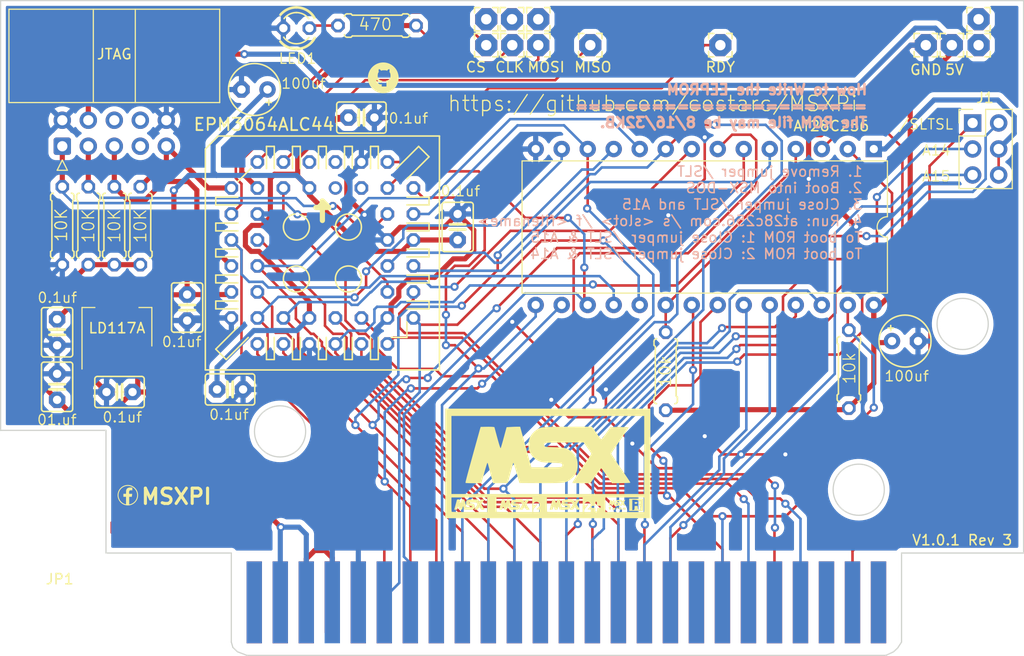
<source format=kicad_pcb>
(kicad_pcb (version 20211014) (generator pcbnew)
  (title_block (title "MSXPi") (date "2023-03-17") (rev "1.0.1 Rev 3") (company "Ronivon Costa"))
  (layers (0 "F.Cu" signal) (31 "B.Cu" signal) (34 "B.Paste" user) (35 "F.Paste" user) (36 "B.SilkS" user "B.Silkscreen") (37 "F.SilkS" user "F.Silkscreen") (38 "B.Mask" user) (39 "F.Mask" user) (44 "Edge.Cuts" user))
  (net 0 "")
  (net 1 "GNDREF")
  (net 2 "TMS")
  (net 3 "TDO")
  (net 4 "TDI")
  (net 5 "TCK")
  (net 6 "+3.3V")
  (net 7 "SPI_MOSI")
  (net 8 "{slash}WAIT")
  (net 9 "SPI_RDY")
  (net 10 "SPI_CS")
  (net 11 "SPI_CLK")
  (net 12 "{slash}RD")
  (net 13 "{slash}WR")
  (net 14 "{slash}IORQ")
  (net 15 "SPI_MISO")
  (net 16 "D7")
  (net 17 "D6")
  (net 18 "D5")
  (net 19 "D4")
  (net 20 "D3")
  (net 21 "D2")
  (net 22 "D1")
  (net 23 "D0")
  (net 25 "BUSDIR")
  (net 26 "A9")
  (net 27 "A8")
  (net 28 "A7")
  (net 29 "A6")
  (net 30 "A5")
  (net 31 "A4")
  (net 32 "A3")
  (net 33 "A2")
  (net 34 "A15")
  (net 35 "A14")
  (net 36 "A13")
  (net 37 "A12")
  (net 38 "A11")
  (net 39 "A10")
  (net 40 "A1")
  (net 41 "A0")
  (net 42 "+5V")
  (net 43 "{slash}SLTSL")
  (net 47 "Net-(LED1-PadA)")
  (net 49 "{slash}MEM_CE")
  (net 50 "MEM_A14")
  (net 58 "Net-(JP1-Pad44)")
  (net 59 "{slash}CS1")
  (net 60 "{slash}CS2")
  (net 61 "{slash}CS12")
  (net 63 "{slash}RFSH")
  (net 64 "{slash}INT")
  (net 65 "{slash}M1")
  (net 66 "{slash}MREQ")
  (net 67 "{slash}RESET")
  (net 69 "CLOCK")
  (footprint "msxpi:2,15_1,0" (layer "F.Cu") (at 151.384 77.099078)
    (fp_text reference "SPI_MOSI_PI_GPIO1" hide)
    (fp_text value "SPI_MOSI")
  )
  (footprint "Roni Footprints:MSX_CART_SW_Official_3Holes" (layer "F.Cu") (at 147.828 101.346)
    (fp_text reference "JP1")
    (fp_text value "MSXCART1")
    (fp_line (start 37.500957 35.390806) (end 38.24498 35.044512) (layer "Edge.Cuts") (width 0.12))
    (fp_line (start 39.03 25.388435) (end 39.03 34.091713) (layer "Edge.Cuts") (width 0.12))
    (fp_line (start -25.815346 35.041883) (end -24.892279 35.390806) (layer "Edge.Cuts") (width 0.12))
    (fp_line (start 38.647705 34.674006) (end 39.03 34.091713) (layer "Edge.Cuts") (width 0.12))
    (fp_line (start 50.95 -28.6) (end -48.95 -28.6) (layer "Edge.Cuts") (width 0.12))
    (fp_line (start -26.42 34.091713) (end -26.268836 34.609987) (layer "Edge.Cuts") (width 0.12))
    (fp_line (start -24.892279 35.390806) (end 37.500957 35.390806) (layer "Edge.Cuts") (width 0.12))
    (fp_line (start -38.66 25.388435) (end -26.42 25.388435) (layer "Edge.Cuts") (width 0.12))
    (fp_line (start 38.24498 35.044512) (end 38.647705 34.674006) (layer "Edge.Cuts") (width 0.12))
    (fp_line (start -26.268836 34.609987) (end -25.815346 35.041883) (layer "Edge.Cuts") (width 0.12))
    (fp_line (start -48.95 13.4) (end -48.95 -28.6) (layer "Edge.Cuts") (width 0.12))
    (fp_line (start -26.42 34.091713) (end -26.42 25.388435) (layer "Edge.Cuts") (width 0.12))
    (fp_line (start -48.95 13.4) (end -38.66 13.4) (layer "Edge.Cuts") (width 0.12))
    (fp_line (start 50.95 -28.6) (end 50.95 25.388435) (layer "Edge.Cuts") (width 0.12))
    (fp_line (start -38.66 13.4) (end -38.66 25.388435) (layer "Edge.Cuts") (width 0.12))
    (fp_line (start 39.03 25.388435) (end 50.95 25.388435) (layer "Edge.Cuts") (width 0.12))
    (fp_circle (center 45 3) (end 47.5 3) (layer "Edge.Cuts") (width 0.12) (fill none))
    (fp_circle (center 34.85 19.2) (end 37.35 19.2) (layer "Edge.Cuts") (width 0.12) (fill none))
    (fp_circle (center -21.66 13.5) (end -19.16 13.5) (layer "Edge.Cuts") (width 0.12) (fill none))
  )
  (footprint "msxpi:0207_7" (layer "F.Cu") (at 181.7116 108.7628 -90)
    (fp_text reference "R5" hide)
    (fp_text value "10k")
  )
  (footprint "msxpi:2,15_1,0" (layer "F.Cu") (at 191.77 77.099078)
    (fp_text reference "+5V1" hide)
    (fp_text value "2,15/1,0" hide)
  )
  (footprint "msxpi:C2.5-3" (layer "F.Cu") (at 121.285 110.744 180)
    (fp_text reference "C8" hide)
    (fp_text value "0.1uf")
  )
  (footprint "msxpi:C2.5-3" (layer "F.Cu") (at 104.394 110.49 90)
    (fp_text reference "C1" hide)
    (fp_text value "01.uf")
  )
  (footprint "msxpi:0207_7" (layer "F.Cu") (at 109.982 94.742 90)
    (fp_text reference "R3" hide)
    (fp_text value "10K")
  )
  (footprint "msxpi:2,15_1,0" (layer "F.Cu") (at 194.382058 74.565621)
    (fp_text reference "MOUNTHOLE5" hide)
    (fp_text value "2,15/1,0" hide)
  )
  (footprint "LOGO" (layer "F.Cu") (at 111.3028 121.0818)
    (fp_text reference "G***" hide)
    (fp_text value "LOGO" hide)
  )
  (footprint "msxpi:0207_7" (layer "F.Cu") (at 135.636 75.184)
    (fp_text reference "R8" hide)
    (fp_text value "470")
  )
  (footprint "msxpi:E2,5-5" (layer "F.Cu") (at 187.198 106.0196)
    (fp_text reference "C9" hide)
    (fp_text value "100uf")
  )
  (footprint "Package_TO_SOT_SMD:SOT-223-3_TabPin2" (layer "F.Cu") (at 110.236 104.648 90)
    (fp_text reference "IC1" hide)
    (fp_text value "LD117A")
  )
  (footprint "msxpi:2,15_1,0" (layer "F.Cu") (at 148.8186 74.565621)
    (fp_text reference "MOUNTHOLE2" hide)
    (fp_text value "2,15/1,0" hide)
  )
  (footprint "Connector_PinHeader_2.54mm:PinHeader_2x03_P2.54mm_Vertical" (layer "F.Cu") (at 193.802 84.704)
    (fp_text reference "J1")
    (fp_text value "ROM_SWITCH" hide)
  )
  (footprint "msxpi:2,15_1,0" (layer "F.Cu") (at 151.384 74.565621)
    (fp_text reference "MOUNTHOLE3" hide)
    (fp_text value "2,15/1,0" hide)
  )
  (footprint "msxpi:0207_7" (layer "F.Cu") (at 104.902 94.742 90)
    (fp_text reference "R1" hide)
    (fp_text value "10K")
  )
  (footprint "msxpi:C2.5-3" (layer "F.Cu") (at 143.51 94.869 -90)
    (fp_text reference "C7" hide)
    (fp_text value "0.1uf")
  )
  (footprint "Connector_IDC:IDC-Header_2x05_P2.54mm_Horizontal" (layer "F.Cu") (at 104.902 86.9775 90)
    (fp_text reference "JP2" hide)
    (fp_text value "JTAG")
  )
  (footprint "msxpi:0207_7" (layer "F.Cu") (at 163.83 108.966 -90)
    (fp_text reference "R7" hide)
    (fp_text value "10k")
  )
  (footprint "Package_DIP:DIP-28_W15.24mm" (layer "F.Cu") (at 184.15 87.249 -90)
    (fp_text reference "U1" hide)
    (fp_text value "AT28C256")
  )
  (footprint "msxpi:LED3MM" (layer "F.Cu") (at 127.762 75.438 180)
    (fp_text reference "LED1")
    (fp_text value "LED3MM" hide)
  )
  (footprint "msxpi:C2.5-3" (layer "F.Cu") (at 134.112 84.1756 180)
    (fp_text reference "C5" hide)
    (fp_text value "0.1uf")
  )
  (footprint "msxpi:0207_7" (layer "F.Cu") (at 107.442 94.742 90)
    (fp_text reference "R2" hide)
    (fp_text value "10K")
  )
  (footprint "msxpi:2,15_1,0" (layer "F.Cu") (at 189.23 77.099078)
    (fp_text reference "GND5" hide)
    (fp_text value "2,15/1,0" hide)
  )
  (footprint "msxpi:C2.5-3" (layer "F.Cu") (at 110.49 110.998 180)
    (fp_text reference "C6" hide)
    (fp_text value "0.1uf")
  )
  (footprint "msxpi:2,15_1,0" (layer "F.Cu") (at 156.464 77.099078)
    (fp_text reference "SPI_MISO_PI_GPIO1" hide)
    (fp_text value "SPI_MISO")
  )
  (footprint "msxpi:2,15_1,0" (layer "F.Cu") (at 169.164 77.099078)
    (fp_text reference "SPI_RDY_PI_GPIO1" hide)
    (fp_text value "SPI_RDY")
  )
  (footprint "msxpi:E2,5-5" (layer "F.Cu") (at 123.6726 81.4324 180)
    (fp_text reference "C2" hide)
    (fp_text value "100uf")
  )
  (footprint "LOGO" (layer "F.Cu") (at 152.2984 117.9576)
    (fp_text reference "G***" hide)
    (fp_text value "LOGO" hide)
  )
  (footprint "msxpi:C2.5-3" (layer "F.Cu") (at 117.094 102.743 90)
    (fp_text reference "C4" hide)
    (fp_text value "0.1uf")
  )
  (footprint "msxpi:2,15_1,0" (layer "F.Cu") (at 148.844 77.099078)
    (fp_text reference "SPI_CLK_PI_GPIO1" hide)
    (fp_text value "SPI_CLK")
  )
  (footprint "msxpi:2,15_1,0" (layer "F.Cu") (at 146.304 74.565621)
    (fp_text reference "MOUNTHOLE1" hide)
    (fp_text value "2,15/1,0" hide)
  )
  (footprint "msxpi:2,15_1,0" (layer "F.Cu") (at 194.382058 77.099078)
    (fp_text reference "MOUNTHOLE4" hide)
    (fp_text value "2,15/1,0" hide)
  )
  (footprint "msxpi:PLCC-S44" (layer "F.Cu") (at 130.302 97.409)
    (fp_text reference "EPM3064ALC44" hide)
    (fp_text value "EPM3064ALC44")
  )
  (footprint "msxpi:0207_7" (layer "F.Cu") (at 112.522 94.742 90)
    (fp_text reference "R4" hide)
    (fp_text value "10K")
  )
  (footprint "msxpi:C2.5-3" (layer "F.Cu") (at 104.394 105.156 -90)
    (fp_text reference "C3" hide)
    (fp_text value "0.1uf")
  )
  (footprint "LOGO" (layer "F.Cu") (at 136.246151 80.290038)
    (fp_text reference "G***" hide)
    (fp_text value "LOGO" hide)
  )
  (footprint "msxpi:2,15_1,0" (layer "F.Cu") (at 146.304 77.099078)
    (fp_text reference "SPI_CS_PI_GPIO1" hide)
    (fp_text value "SPI_CS")
  )
  (gr_text "1. Remove jumper /SLT\n2. Boot into MSX-DOS\n3. Close jumper /SLT and A15\n4. Run: at28c256.com /s <slot> /f <filename>\nTo boot ROM 1: Close jumper /SLT & A15\nTo boot ROM 2: Close jumper /SLT & A14" (at 183.134 93.472) (layer "B.SilkS") (effects (font (size 1 1)) (justify left mirror)))
  (gr_text "How to Write the EEPROM\n=======================\nThe ROM file may be 8/16/32KB." (at 183.642 83.058) (layer "B.SilkS") (effects (font (size 1 1) (thickness 0.25)) (justify left mirror)))
  (gr_text "GND" (at 189.23 79.502) (layer "F.SilkS") (effects (font (size 1 1))))
  (gr_text "https://github.com/costarc/MSXPi" (at 162.56 82.804) (layer "F.SilkS") (effects (font (size 1.5 1.5) (thickness 0.125))))
  (gr_text "CLK" (at 148.59 79.248) (layer "F.SilkS") (effects (font (size 1 1))))
  (gr_text "/SLTSL" (at 189.23 84.836) (layer "F.SilkS") (effects (font (size 1 1) (thickness 0.125))))
  (gr_text "MSXPI" (at 116.0526 121.2088) (layer "F.SilkS") (effects (font (size 1.5 1.5) (thickness 0.3))))
  (gr_text "V1.0.1 Rev 3" (at 192.786 125.476) (layer "F.SilkS") (effects (font (size 1 1))))
  (gr_text "CS" (at 145.288 79.248) (layer "F.SilkS") (effects (font (size 1 1))))
  (gr_text "5V" (at 192.024 79.502) (layer "F.SilkS") (effects (font (size 1 1))))
  (gr_text "RDY" (at 169.164 79.248) (layer "F.SilkS") (effects (font (size 1 1))))
  (gr_text "MOSI" (at 152.146 79.248) (layer "F.SilkS") (effects (font (size 1 1))))
  (gr_text "A15" (at 190.246 89.916) (layer "F.SilkS") (effects (font (size 1 1) (thickness 0.125))))
  (gr_text "A14" (at 190.246 87.376) (layer "F.SilkS") (effects (font (size 1 1) (thickness 0.125))))
  (gr_text "MISO\n" (at 156.718 79.248) (layer "F.SilkS") (effects (font (size 1 1))))
  (segment (start 136.652 96.139) (end 137.8966 94.8944) (width 0.5) (layer "F.Cu") (net 1))
  (segment (start 145.0848 95.1738) (end 143.51 93.599) (width 0.5) (layer "F.Cu") (net 1))
  (segment (start 167.64 115.316) (end 164.508683 118.447317) (width 0.25) (layer "F.Cu") (net 1))
  (segment (start 137.0076 102.43827) (end 137.7656 101.68027) (width 0.5) (layer "F.Cu") (net 1))
  (segment (start 167.64 90.17) (end 164.084 93.726) (width 0.25) (layer "F.Cu") (net 1))
  (segment (start 177.7832 90.204) (end 177.7832 86.1736) (width 0.5) (layer "F.Cu") (net 1))
  (segment (start 145.0848 97.1296) (end 145.0848 95.1738) (width 0.5) (layer "F.Cu") (net 1))
  (segment (start 137.7656 100.8928) (end 138.8658 99.7926) (width 0.5) (layer "F.Cu") (net 1))
  (segment (start 162.978748 118.447317) (end 160.568716 116.037284) (width 0.25) (layer "F.Cu") (net 1))
  (segment (start 134.112 88.519) (end 132.6856 89.9454) (width 0.5) (layer "F.Cu") (net 1))
  (segment (start 178.1048 85.852) (end 178.991399 85.852) (width 0.5) (layer "F.Cu") (net 1))
  (segment (start 154.350569 113.456569) (end 152.654 111.76) (width 0.25) (layer "F.Cu") (net 1))
  (segment (start 182.4228 94.8436) (end 177.7832 90.204) (width 0.5) (layer "F.Cu") (net 1))
  (segment (start 152.654 111.76) (end 152.654 107.95) (width 0.25) (layer "F.Cu") (net 1))
  (segment (start 160.568716 116.037284) (end 157.988 113.456569) (width 0.25) (layer "F.Cu") (net 1))
  (segment (start 157.988 113.456569) (end 154.350569 113.456569) (width 0.25) (layer "F.Cu") (net 1))
  (segment (start 143.094236 97.983835) (end 144.230565 97.983835) (width 0.5) (layer "F.Cu") (net 1))
  (segment (start 132.6856 89.9454) (end 132.6856 91.944) (width 0.5) (layer "F.Cu") (net 1))
  (segment (start 107.936 109.714) (end 107.936 107.798) (width 0.5) (layer "F.Cu") (net 1))
  (segment (start 152.654 107.95) (end 148.844 104.14) (width 0.25) (layer "F.Cu") (net 1))
  (segment (start 132.6856 91.944) (end 134.4168 93.6752) (width 0.5) (layer "F.Cu") (net 1))
  (segment (start 138.8658 99.7926) (end 141.285471 99.7926) (width 0.5) (layer "F.Cu") (net 1))
  (segment (start 144.230565 97.983835) (end 145.0848 97.1296) (width 0.5) (layer "F.Cu") (net 1))
  (segment (start 141.285471 99.7926) (end 143.094236 97.983835) (width 0.5) (layer "F.Cu") (net 1))
  (segment (start 177.7832 86.1736) (end 178.1048 85.852) (width 0.5) (layer "F.Cu") (net 1))
  (segment (start 137.0076 103.4034) (end 137.0076 102.43827) (width 0.5) (layer "F.Cu") (net 1))
  (segment (start 171.196 117.094) (end 169.418 117.094) (width 0.25) (layer "F.Cu") (net 1))
  (segment (start 136.652 103.759) (end 137.0076 103.4034) (width 0.5) (layer "F.Cu") (net 1))
  (segment (start 137.7656 101.68027) (end 137.7656 100.8928) (width 0.5) (layer "F.Cu") (net 1))
  (segment (start 175.514 117.094) (end 171.196 117.094) (width 0.25) (layer "F.Cu") (net 1))
  (segment (start 109.22 110.998) (end 107.936 109.714) (width 0.5) (layer "F.Cu") (net 1))
  (segment (start 169.418 117.094) (end 167.64 115.316) (width 0.25) (layer "F.Cu") (net 1))
  (segment (start 178.991399 85.852) (end 187.744321 77.099078) (width 0.5) (layer "F.Cu") (net 1))
  (segment (start 187.744321 77.099078) (end 189.23 77.099078) (width 0.5) (layer "F.Cu") (net 1))
  (segment (start 142.2146 94.8944) (end 143.51 93.599) (width 0.5) (layer "F.Cu") (net 1))
  (segment (start 167.64 86.106) (end 167.64 90.17) (width 0.25) (layer "F.Cu") (net 1))
  (segment (start 164.508683 118.447317) (end 162.978748 118.447317) (width 0.25) (layer "F.Cu") (net 1))
  (segment (start 137.8966 94.8944) (end 142.2146 94.8944) (width 0.5) (layer "F.Cu") (net 1))
  (segment (start 157.988 113.456569) (end 157.988 110.744) (width 0.25) (layer "F.Cu") (net 1))
  (via (at 160.568716 116.037284) (size 0.8) (drill 0.4) (layers "F.Cu" "B.Cu") (net 1))
  (via (at 148.844 104.14) (size 0.8) (drill 0.4) (layers "F.Cu" "B.Cu") (net 1))
  (via (at 171.196 117.094) (size 0.8) (drill 0.4) (layers "F.Cu" "B.Cu") (net 1))
  (via (at 177.8 90.17) (size 0.8) (drill 0.4) (layers "F.Cu" "B.Cu") (net 1))
  (via (at 175.514 117.094) (size 0.8) (drill 0.4) (layers "F.Cu" "B.Cu") (net 1))
  (via (at 167.64 115.316) (size 0.8) (drill 0.4) (layers "F.Cu" "B.Cu") (net 1))
  (via (at 134.4168 93.6752) (size 0.8) (drill 0.4) (layers "F.Cu" "B.Cu") (net 1))
  (via (at 182.4228 94.8436) (size 0.8) (drill 0.4) (layers "F.Cu" "B.Cu") (net 1))
  (via (at 157.988 110.744) (size 0.8) (drill 0.4) (layers "F.Cu" "B.Cu") (net 1))
  (via (at 164.084 93.726) (size 0.8) (drill 0.4) (layers "F.Cu" "B.Cu") (net 1))
  (via (at 167.64 86.106) (size 0.8) (drill 0.4) (layers "F.Cu" "B.Cu") (net 1))
  (via (at 152.654 111.76) (size 0.8) (drill 0.4) (layers "F.Cu" "B.Cu") (net 1))
  (segment (start 117.348 103.759) (end 117.094 104.013) (width 0.5) (layer "B.Cu") (net 1))
  (segment (start 133.810025 131.114405) (end 133.810025 124.666025) (width 0.5) (layer "B.Cu") (net 1))
  (segment (start 133.810025 124.666025) (end 133.35 124.206) (width 0.5) (layer "B.Cu") (net 1))
  (segment (start 135.382 87.249) (end 134.112 88.519) (width 0.5) (layer "B.Cu") (net 1))
  (segment (start 124.0155 75.438) (end 126.492 75.438) (width 0.5) (layer "B.Cu") (net 1))
  (segment (start 117.094 104.013) (end 117.094 110.617) (width 0.5) (layer "B.Cu") (net 1))
  (segment (start 120.015 113.157) (end 120.015 112.903) (width 0.5) (layer "B.Cu") (net 1))
  (segment (start 135.5384 104.8726) (end 136.652 103.759) (width 0.5) (layer "B.Cu") (net 1))
  (segment (start 103.124 86.2155) (end 103.124 95.25) (width 0.5) (layer "B.Cu") (net 1))
  (segment (start 135.382 87.249) (end 135.382 84.1756) (width 0.5) (layer "B.Cu") (net 1))
  (segment (start 134.4168 93.6752) (end 134.4168 93.9038) (width 0.5) (layer "B.Cu") (net 1))
  (segment (start 104.902 97.028) (end 104.902 98.552) (width 0.5) (layer "B.Cu") (net 1))
  (segment (start 118.6815 80.772) (end 118.68785 80.76565) (width 0.5) (layer "B.Cu") (net 1))
  (segment (start 183.055399 81.788) (end 137.7696 81.788) (width 0.5) (layer "B.Cu") (net 1))
  (segment (start 132.9944 92.964) (end 132.9944 89.6366) (width 0.5) (layer "B.Cu") (net 1))
  (segment (start 188.468 106.0196) (end 188.468 103.632) (width 0.5) (layer "B.Cu") (net 1))
  (segment (start 135.5384 106.76027) (end 135.5384 104.8726) (width 0.5) (layer "B.Cu") (net 1))
  (segment (start 115.062 80.772) (end 108.5675 80.772) (width 0.5) (layer "B.Cu") (net 1))
  (segment (start 104.394 109.22) (end 105.918 109.22) (width 0.5) (layer "B.Cu") (net 1))
  (segment (start 118.68785 80.76565) (end 124.0155 75.438) (width 0.5) (layer "B.Cu") (net 1))
  (segment (start 103.124 95.25) (end 104.902 97.028) (width 0.5) (layer "B.Cu") (net 1))
  (segment (start 188.468 103.632) (end 182.4228 97.5868) (width 0.5) (layer "B.Cu") (net 1))
  (segment (start 104.394 106.426) (end 104.394 109.22) (width 0.5) (layer "B.Cu") (net 1))
  (segment (start 124.841 94.488) (end 131.4704 94.488) (width 0.5) (layer "B.Cu") (net 1))
  (segment (start 105.918 109.22) (end 107.696 110.998) (width 0.5) (layer "B.Cu") (net 1))
  (segment (start 182.4228 97.5868) (end 182.4228 94.8436) (width 0.5) (layer "B.Cu") (net 1))
  (segment (start 131.270025 124.412025) (end 131.270025 131.114405) (width 0.5) (layer "B.Cu") (net 1))
  (segment (start 107.696 110.998) (end 109.22 110.998) (width 0.5) (layer "B.Cu") (net 1))
  (segment (start 133.35 124.206) (end 131.064 124.206) (width 0.5) (layer "B.Cu") (net 1))
  (segment (start 151.13 87.249) (end 149.86 87.249) (width 0.5) (layer "B.Cu") (net 1))
  (segment (start 134.4168 93.9038) (end 136.652 96.139) (width 0.5) (layer "B.Cu") (net 1))
  (segment (start 115.062 80.772) (end 115.062 84.4375) (width 0.5) (layer "B.Cu") (net 1))
  (segment (start 115.062 80.772) (end 118.6815 80.772) (width 0.5) (layer "B.Cu") (net 1))
  (segment (start 114.935 104.013) (end 117.094 104.013) (width 0.5) (layer "B.Cu") (net 1))
  (segment (start 104.902 98.552) (end 103.1407 100.3133) (width 0.5) (layer "B.Cu") (net 1))
  (segment (start 149.86 87.249) (end 143.51 93.599) (width 0.5) (layer "B.Cu") (net 1))
  (segment (start 131.270025 124.253975) (end 131.270025 124.412025) (width 0.5) (layer "B.Cu") (net 1))
  (segment (start 103.1407 105.1727) (end 104.394 106.426) (width 0.5) (layer "B.Cu") (net 1))
  (segment (start 131.064 124.206) (end 120.015 113.157) (width 0.5) (layer "B.Cu") (net 1))
  (segment (start 129.032 106.299) (end 130.5306 107.7976) (width 0.5) (layer "B.Cu") (net 1))
  (segment (start 103.1407 100.3133) (end 103.1407 105.1727) (width 0.5) (layer "B.Cu") (net 1))
  (segment (start 119.3546 81.4324) (end 122.4026 81.4324) (width 0.5) (layer "B.Cu") (net 1))
  (segment (start 118.68785 80.76565) (end 119.3546 81.4324) (width 0.5) (layer "B.Cu") (net 1))
  (segment (start 130.5306 107.7976) (end 134.50107 107.7976) (width 0.5) (layer "B.Cu") (net 1))
  (segment (start 109.22 109.728) (end 114.935 104.013) (width 0.5) (layer "B.Cu") (net 1))
  (segment (start 122.555 110.744) (end 124.587 110.744) (width 0.5) (layer "B.Cu") (net 1))
  (segment (start 124.587 110.744) (end 129.032 106.299) (width 0.5) (layer "B.Cu") (net 1))
  (segment (start 131.064 124.206) (end 131.270025 124.412025) (width 0.5) (layer "B.Cu") (net 1))
  (segment (start 131.4704 94.488) (end 132.9944 92.964) (width 0.5) (layer "B.Cu") (net 1))
  (segment (start 121.412 103.759) (end 117.348 103.759) (width 0.5) (layer "B.Cu") (net 1))
  (segment (start 119.38 112.903) (end 120.015 112.903) (width 0.5) (layer "B.Cu") (net 1))
  (segment (start 108.5675 80.772) (end 103.124 86.2155) (width 0.5) (layer "B.Cu") (net 1))
  (segment (start 137.7696 81.788) (end 135.382 84.1756) (width 0.5) (layer "B.Cu") (net 1))
  (segment (start 132.9944 89.6366) (end 134.112 88.519) (width 0.5) (layer "B.Cu") (net 1))
  (segment (start 187.744321 77.099078) (end 183.055399 81.788) (width 0.5) (layer "B.Cu") (net 1))
  (segment (start 120.396 112.903) (end 122.555 110.744) (width 0.5) (layer "B.Cu") (net 1))
  (segment (start 134.50107 107.7976) (end 135.5384 106.76027) (width 0.5) (layer "B.Cu") (net 1))
  (segment (start 123.952 93.599) (end 124.841 94.488) (width 0.5) (layer "B.Cu") (net 1))
  (segment (start 120.015 112.903) (end 120.396 112.903) (width 0.5) (layer "B.Cu") (net 1))
  (segment (start 109.22 110.998) (end 109.22 109.728) (width 0.5) (layer "B.Cu") (net 1))
  (segment (start 189.23 77.099078) (end 187.744321 77.099078) (width 0.5) (layer "B.Cu") (net 1))
  (segment (start 117.094 110.617) (end 119.38 112.903) (width 0.5) (layer "B.Cu") (net 1))
  (segment (start 121.412 98.679) (end 118.0418 95.3088) (width 0.5) (layer "F.Cu") (net 2))
  (segment (start 118.0418 91.2702) (end 117.1956 90.424) (width 0.5) (layer "F.Cu") (net 2))
  (segment (start 111.252 92.202) (end 113.03 92.202) (width 0.5) (layer "F.Cu") (net 2))
  (segment (start 118.0418 95.3088) (end 118.0418 91.2702) (width 0.5) (layer "F.Cu") (net 2))
  (segment (start 109.982 90.932) (end 111.252 92.202) (width 0.5) (layer "F.Cu") (net 2))
  (segment (start 113.03 92.202) (end 114.808 90.424) (width 0.5) (layer "F.Cu") (net 2))
  (segment (start 109.982 86.9775) (end 109.982 90.932) (width 0.5) (layer "F.Cu") (net 2))
  (segment (start 117.1956 90.424) (end 114.808 90.424) (width 0.5) (layer "F.Cu") (net 2))
  (segment (start 131.308204 92.8116) (end 131.7244 92.8116) (width 0.25) (layer "F.Cu") (net 3))
  (segment (start 135.001 95.25) (end 136.652 93.599) (width 0.25) (layer "F.Cu") (net 3))
  (segment (start 134.1628 95.25) (end 135.001 95.25) (width 0.25) (layer "F.Cu") (net 3))
  (segment (start 131.7244 92.8116) (end 134.1628 95.25) (width 0.25) (layer "F.Cu") (net 3))
  (segment (start 107.442 86.9775) (end 107.442 90.932) (width 0.5) (layer "F.Cu") (net 3))
  (via (at 131.308204 92.8116) (size 0.8) (drill 0.4) (layers "F.Cu" "B.Cu") (net 3))
  (segment (start 127.7112 92.0496) (end 113.009831 92.0496) (width 0.25) (layer "B.Cu") (net 3))
  (segment (start 128.4732 92.8116) (end 127.7112 92.0496) (width 0.25) (layer "B.Cu") (net 3))
  (segment (start 112.976031 92.0158) (end 108.5258 92.0158) (width 0.25) (layer "B.Cu") (net 3))
  (segment (start 131.308204 92.8116) (end 128.4732 92.8116) (width 0.25) (layer "B.Cu") (net 3))
  (segment (start 113.009831 92.0496) (end 112.976031 92.0158) (width 0.25) (layer "B.Cu") (net 3))
  (segment (start 108.5258 92.0158) (end 107.442 90.932) (width 0.25) (layer "B.Cu") (net 3))
  (segment (start 115.062 86.9775) (end 115.062 88.392) (width 0.5) (layer "F.Cu") (net 4))
  (segment (start 119.1435 91.059) (end 115.062 86.9775) (width 0.5) (layer "F.Cu") (net 4))
  (segment (start 115.062 88.392) (end 112.522 90.932) (width 0.5) (layer "F.Cu") (net 4))
  (segment (start 121.412 91.059) (end 119.1435 91.059) (width 0.5) (layer "F.Cu") (net 4))
  (segment (start 130.021931 93.6353) (end 136.652 100.265369) (width 0.25) (layer "F.Cu") (net 5))
  (segment (start 104.902 86.9775) (end 104.902 90.932) (width 0.5) (layer "F.Cu") (net 5))
  (segment (start 136.652 100.265369) (end 136.652 101.219) (width 0.25) (layer "F.Cu") (net 5))
  (segment (start 127.8636 93.6353) (end 130.021931 93.6353) (width 0.25) (layer "F.Cu") (net 5))
  (via (at 127.8636 93.6353) (size 0.8) (drill 0.4) (layers "F.Cu" "B.Cu") (net 5))
  (segment (start 126.7585 92.5302) (end 105.9922 92.5302) (width 0.25) (layer "B.Cu") (net 5))
  (segment (start 104.902 91.44) (end 104.902 90.932) (width 0.25) (layer "B.Cu") (net 5))
  (segment (start 127.8636 93.6353) (end 126.7585 92.5302) (width 0.25) (layer "B.Cu") (net 5))
  (segment (start 105.9922 92.5302) (end 104.902 91.44) (width 0.25) (layer "B.Cu") (net 5))
  (segment (start 122.7836 96.692902) (end 123.343298 97.2526) (width 0.5) (layer "F.Cu") (net 6))
  (segment (start 110.236 101.498) (end 110.236 107.798) (width 0.5) (layer "F.Cu") (net 6))
  (segment (start 123.4226 94.7126) (end 122.7836 95.3516) (width 0.5) (layer "F.Cu") (net 6))
  (segment (start 127.889 89.916) (end 129.032 91.059) (width 0.5) (layer "F.Cu") (net 6))
  (segment (start 132.842 84.328) (end 131.8768 84.328) (width 0.5) (layer "F.Cu") (net 6))
  (segment (start 131.64813 84.328) (end 131.80053 84.1756) (width 0.5) (layer "F.Cu") (net 6))
  (segment (start 131.80053 84.1756) (end 132.842 84.1756) (width 0.5) (layer "F.Cu") (net 6))
  (segment (start 132.842 84.1756) (end 132.0292 84.1756) (width 0.5) (layer "F.Cu") (net 6))
  (segment (start 121.158 101.473) (end 121.412 101.219) (width 0.5) (layer "F.Cu") (net 6))
  (segment (start 129.032 91.7448) (end 129.032 91.059) (width 0.5) (layer "F.Cu") (net 6))
  (segment (start 125.222 93.90387) (end 124.41327 94.7126) (width 0.5) (layer "F.Cu") (net 6))
  (segment (start 125.6284 89.7128) (end 125.222 90.1192) (width 0.5) (layer "F.Cu") (net 6))
  (segment (start 127.6858 89.7128) (end 125.6284 89.7128) (width 0.5) (layer "F.Cu") (net 6))
  (segment (start 110.236 101.498) (end 117.069 101.498) (width 0.5) (layer "F.Cu") (net 6))
  (segment (start 132.0292 84.1756) (end 131.8768 84.328) (width 0.5) (layer "F.Cu") (net 6))
  (segment (start 129.032 102.1802) (end 129.032 103.759) (width 0.5) (layer "F.Cu") (net 6))
  (segment (start 124.1044 97.2526) (end 129.032 102.1802) (width 0.5) (layer "F.Cu") (net 6))
  (segment (start 104.394 103.886) (end 106.782 101.498) (width 0.5) (layer "F.Cu") (net 6))
  (segment (start 117.069 101.498) (end 117.094 101.473) (width 0.5) (layer "F.Cu") (net 6))
  (segment (start 129.032 91.059) (end 127.6858 89.7128) (width 0.5) (layer "F.Cu") (net 6))
  (segment (start 138.0784 97.2526) (end 134.5398 97.2526) (width 0.5) (layer "F.Cu") (net 6))
  (segment (start 131.8768 84.328) (end 131.64813 84.328) (width 0.5) (layer "F.Cu") (net 6))
  (segment (start 106.782 101.498) (end 110.236 101.498) (width 0.5) (layer "F.Cu") (net 6))
  (segment (start 115.7986 97.5106) (end 117.094 98.806) (width 0.5) (layer "F.Cu") (net 6))
  (segment (start 124.41327 94.7126) (end 123.4226 94.7126) (width 0.5) (layer "F.Cu") (net 6))
  (segment (start 139.192 96.139) (end 138.0784 97.2526) (width 0.5) (layer "F.Cu") (net 6))
  (segment (start 122.7836 95.3516) (end 122.7836 96.692902) (width 0.5) (layer "F.Cu") (net 6))
  (segment (start 131.64813 84.328) (end 127.889 88.08713) (width 0.5) (layer "F.Cu") (net 6))
  (segment (start 134.5398 97.2526) (end 129.032 91.7448) (width 0.5) (layer "F.Cu") (net 6))
  (segment (start 143.51 96.139) (end 139.192 96.139) (width 0.5) (layer "F.Cu") (net 6))
  (segment (start 115.7986 91.2876) (end 115.7986 97.5106) (width 0.5) (layer "F.Cu") (net 6))
  (segment (start 123.343298 97.2526) (end 124.1044 97.2526) (width 0.5) (layer "F.Cu") (net 6))
  (segment (start 125.222 90.1192) (end 125.222 93.90387) (width 0.5) (layer "F.Cu") (net 6))
  (segment (start 127.889 88.08713) (end 127.889 89.916) (width 0.5) (layer "F.Cu") (net 6))
  (segment (start 117.094 101.473) (end 121.158 101.473) (width 0.5) (layer "F.Cu") (net 6))
  (segment (start 117.094 98.806) (end 117.094 101.473) (width 0.5) (layer "F.Cu") (net 6))
  (via (at 115.7986 91.2876) (size 0.8) (drill 0.4) (layers "F.Cu" "B.Cu") (net 6))
  (segment (start 115.7986 91.2876) (end 117.257072 89.829128) (width 0.5) (layer "B.Cu") (net 6))
  (segment (start 119.634 89.5096) (end 119.953528 89.829128) (width 0.5) (layer "B.Cu") (net 6))
  (segment (start 123.611128 104.988872) (end 120.015 108.585) (width 0.5) (layer "B.Cu") (net 6))
  (segment (start 127.802128 89.829128) (end 119.953528 89.829128) (width 0.5) (layer "B.Cu") (net 6))
  (segment (start 127.802128 104.988872) (end 123.611128 104.988872) (width 0.5) (layer "B.Cu") (net 6))
  (segment (start 129.032 91.059) (end 127.802128 89.829128) (width 0.5) (layer "B.Cu") (net 6))
  (segment (start 129.032 103.759) (end 127.802128 104.988872) (width 0.5) (layer "B.Cu") (net 6))
  (segment (start 119.634 86.741) (end 119.634 89.5096) (width 0.5) (layer "B.Cu") (net 6))
  (segment (start 120.015 108.585) (end 120.015 110.744) (width 0.5) (layer "B.Cu") (net 6))
  (segment (start 124.9426 81.4324) (end 119.634 86.741) (width 0.5) (layer "B.Cu") (net 6))
  (segment (start 117.257072 89.829128) (end 119.953528 89.829128) (width 0.5) (layer "B.Cu") (net 6))
  (segment (start 150.622 79.248) (end 151.384 78.486) (width 0.25) (layer "F.Cu") (net 7))
  (segment (start 135.686438 79.248) (end 150.622 79.248) (width 0.25) (layer "F.Cu") (net 7))
  (segment (start 134.454719 78.016281) (end 135.686438 79.248) (width 0.25) (layer "F.Cu") (net 7))
  (segment (start 151.384 78.486) (end 151.384 77.099078) (width 0.25) (layer "F.Cu") (net 7))
  (segment (start 123.952 88.519) (end 134.454719 78.016281) (width 0.25) (layer "F.Cu") (net 7))
  (segment (start 170.8056 119.4976) (end 157.75 119.4976) (width 0.25) (layer "F.Cu") (net 8))
  (segment (start 172.72 121.412) (end 170.8056 119.4976) (width 0.25) (layer "F.Cu") (net 8))
  (segment (start 175.006 121.412) (end 172.72 121.412) (width 0.25) (layer "F.Cu") (net 8))
  (segment (start 157.75 119.4976) (end 143.9378 105.6854) (width 0.25) (layer "F.Cu") (net 8))
  (segment (start 175.514 121.92) (end 175.006 121.412) (width 0.25) (layer "F.Cu") (net 8))
  (segment (start 137.2656 105.6854) (end 136.652 106.299) (width 0.25) (layer "F.Cu") (net 8))
  (segment (start 143.9378 105.6854) (end 137.2656 105.6854) (width 0.25) (layer "F.Cu") (net 8))
  (via (at 175.514 121.92) (size 0.8) (drill 0.4) (layers "F.Cu" "B.Cu") (net 8))
  (segment (start 175.514 121.92) (end 176.990025 123.396025) (width 0.25) (layer "B.Cu") (net 8))
  (segment (start 176.990025 123.396025) (end 176.990025 131.114405) (width 0.25) (layer "B.Cu") (net 8))
  (segment (start 167.623379 77.099078) (end 169.164 77.099078) (width 0.25) (layer "F.Cu") (net 9))
  (segment (start 139.319 88.519) (end 146.5326 81.3054) (width 0.25) (layer "F.Cu") (net 9))
  (segment (start 163.417057 81.3054) (end 167.623379 77.099078) (width 0.25) (layer "F.Cu") (net 9))
  (segment (start 136.652 88.519) (end 139.319 88.519) (width 0.25) (layer "F.Cu") (net 9))
  (segment (start 146.5326 81.3054) (end 163.417057 81.3054) (width 0.25) (layer "F.Cu") (net 9))
  (segment (start 135.834302 73.914) (end 143.118922 73.914) (width 0.25) (layer "F.Cu") (net 10))
  (segment (start 122.4006 90.649508) (end 121.8498 90.098708) (width 0.25) (layer "F.Cu") (net 10))
  (segment (start 121.8498 87.898502) (end 135.834302 73.914) (width 0.25) (layer "F.Cu") (net 10))
  (segment (start 121.412 93.599) (end 122.4006 92.6104) (width 0.25) (layer "F.Cu") (net 10))
  (segment (start 143.118922 73.914) (end 146.304 77.099078) (width 0.25) (layer "F.Cu") (net 10))
  (segment (start 122.4006 92.6104) (end 122.4006 90.649508) (width 0.25) (layer "F.Cu") (net 10))
  (segment (start 121.8498 90.098708) (end 121.8498 87.898502) (width 0.25) (layer "F.Cu") (net 10))
  (segment (start 143.0568 78.7948) (end 147.148278 78.7948) (width 0.25) (layer "F.Cu") (net 11))
  (segment (start 147.148278 78.7948) (end 148.844 77.099078) (width 0.25) (layer "F.Cu") (net 11))
  (segment (start 122.428 88.138) (end 135.382 75.184) (width 0.5) (layer "F.Cu") (net 11))
  (segment (start 135.382 75.184) (end 139.446 75.184) (width 0.5) (layer "F.Cu") (net 11))
  (segment (start 139.446 75.184) (end 143.0568 78.7948) (width 0.25) (layer "F.Cu") (net 11))
  (segment (start 123.952 91.059) (end 122.428 89.535) (width 0.5) (layer "F.Cu") (net 11))
  (segment (start 122.428 89.535) (end 122.428 88.138) (width 0.5) (layer "F.Cu") (net 11))
  (segment (start 134.112 107.5436) (end 134.112 106.299) (width 0.25) (layer "F.Cu") (net 12))
  (segment (start 157.014956 120.8572) (end 152.993756 116.836) (width 0.25) (layer "F.Cu") (net 12))
  (segment (start 162.202366 112.775814) (end 162.202366 116.318514) (width 0.25) (layer "F.Cu") (net 12))
  (segment (start 162.202366 112.281484) (end 162.202366 112.775814) (width 0.25) (layer "F.Cu") (net 12))
  (segment (start 167.228432 104.170568) (end 167.228432 109.438711) (width 0.25) (layer "F.Cu") (net 12))
  (segment (start 169.370025 126.364405) (end 169.370025 131.114405) (width 0.25) (layer "F.Cu") (net 12))
  (segment (start 164.138493 110.345357) (end 162.202366 112.281484) (width 0.25) (layer "F.Cu") (net 12))
  (segment (start 164.13732 121.1317) (end 169.370025 126.364405) (width 0.25) (layer "F.Cu") (net 12))
  (segment (start 167.228432 109.438711) (end 166.651339 110.015804) (width 0.25) (layer "F.Cu") (net 12))
  (segment (start 168.91 102.489) (end 167.228432 104.170568) (width 0.25) (layer "F.Cu") (net 12))
  (segment (start 166.321786 110.345357) (end 164.138493 110.345357) (width 0.25) (layer "F.Cu") (net 12))
  (segment (start 166.651339 110.015804) (end 166.321786 110.345357) (width 0.25) (layer "F.Cu") (net 12))
  (segment (start 143.4044 116.836) (end 134.112 107.5436) (width 0.25) (layer "F.Cu") (net 12))
  (segment (start 163.956333 121.1317) (end 163.681833 120.8572) (width 0.25) (layer "F.Cu") (net 12))
  (segment (start 163.956333 121.1317) (end 164.13732 121.1317) (width 0.25) (layer "F.Cu") (net 12))
  (segment (start 152.993756 116.836) (end 143.4044 116.836) (width 0.25) (layer "F.Cu") (net 12))
  (segment (start 162.202366 116.318514) (end 163.602969 117.719117) (width 0.25) (layer "F.Cu") (net 12))
  (segment (start 163.681833 120.8572) (end 157.014956 120.8572) (width 0.25) (layer "F.Cu") (net 12))
  (via (at 163.956333 121.1317) (size 0.8) (drill 0.4) (layers "F.Cu" "B.Cu") (net 12))
  (via (at 163.602969 117.719117) (size 0.8) (drill 0.4) (layers "F.Cu" "B.Cu") (net 12))
  (segment (start 163.850134 121.025501) (end 163.850134 117.966282) (width 0.25) (layer "B.Cu") (net 12))
  (segment (start 163.850134 117.966282) (end 163.602969 117.719117) (width 0.25) (layer "B.Cu") (net 12))
  (segment (start 163.956333 121.1317) (end 163.850134 121.025501) (width 0.25) (layer "B.Cu") (net 12))
  (segment (start 143.6624 116.3828) (end 138.656099 111.376499) (width 0.25) (layer "F.Cu") (net 13))
  (segment (start 133.858 105.3104) (end 132.5606 104.013) (width 0.25) (layer "F.Cu") (net 13))
  (segment (start 138.639313 111.376499) (end 135.1006 107.837786) (width 0.25) (layer "F.Cu") (net 13))
  (segment (start 165.3112 120.404) (end 157.202678 120.404) (width 0.25) (layer "F.Cu") (net 13))
  (segment (start 135.1006 107.837786) (end 135.1006 105.889508) (width 0.25) (layer "F.Cu") (net 13))
  (segment (start 175.5648 123.1392) (end 177.8 120.904) (width 0.25) (layer "F.Cu") (net 13))
  (segment (start 135.1006 105.889508) (end 134.521492 105.3104) (width 0.25) (layer "F.Cu") (net 13))
  (segment (start 168.0464 123.1392) (end 165.3112 120.404) (width 0.25) (layer "F.Cu") (net 13))
  (segment (start 181.61 102.489) (end 181.61 104.8512) (width 0.25) (layer "F.Cu") (net 13))
  (segment (start 177.8 118.872) (end 184.15 112.522) (width 0.25) (layer "F.Cu") (net 13))
  (segment (start 138.656099 111.376499) (end 138.639313 111.376499) (width 0.25) (layer "F.Cu") (net 13))
  (segment (start 132.5606 99.9978) (end 126.492 93.9292) (width 0.25) (layer "F.Cu") (net 13))
  (segment (start 153.181478 116.3828) (end 143.6624 116.3828) (width 0.25) (layer "F.Cu") (net 13))
  (segment (start 169.3672 123.1392) (end 168.0464 123.1392) (width 0.25) (layer "F.Cu") (net 13))
  (segment (start 134.521492 105.3104) (end 133.858 105.3104) (width 0.25) (layer "F.Cu") (net 13))
  (segment (start 181.61 104.8512) (end 181.7116 104.9528) (width 0.25) (layer "F.Cu") (net 13))
  (segment (start 157.202678 120.404) (end 153.181478 116.3828) (width 0.25) (layer "F.Cu") (net 13))
  (segment (start 169.3672 123.1392) (end 175.5648 123.1392) (width 0.25) (layer "F.Cu") (net 13))
  (segment (start 132.5606 104.013) (end 132.5606 99.9978) (width 0.25) (layer "F.Cu") (net 13))
  (segment (start 126.492 93.9292) (end 126.492 91.059) (width 0.25) (layer "F.Cu") (net 13))
  (segment (start 177.8 120.904) (end 177.8 118.872) (width 0.25) (layer "F.Cu") (net 13))
  (via (at 184.15 112.522) (size 0.8) (drill 0.4) (layers "F.Cu" "B.Cu") (net 13))
  (via (at 169.3672 123.1392) (size 0.8) (drill 0.4) (layers "F.Cu" "B.Cu") (net 13))
  (segment (start 184.15 107.3912) (end 184.15 112.522) (width 0.25) (layer "B.Cu") (net 13))
  (segment (start 169.3672 123.1392) (end 169.370025 123.142025) (width 0.25) (layer "B.Cu") (net 13))
  (segment (start 169.370025 123.142025) (end 169.370025 131.114405) (width 0.25) (layer "B.Cu") (net 13))
  (segment (start 181.7116 104.9528) (end 184.15 107.3912) (width 0.25) (layer "B.Cu") (net 13))
  (segment (start 135.563722 106.658522) (end 135.563722 105.210722) (width 0.25) (layer "F.Cu") (net 14))
  (segment (start 146.8966 109.457) (end 142.0198 109.457) (width 0.25) (layer "F.Cu") (net 14))
  (segment (start 171.45 121.4628) (end 169.938 119.9508) (width 0.25) (layer "F.Cu") (net 14))
  (segment (start 141.3002 108.7374) (end 137.6426 108.7374) (width 0.25) (layer "F.Cu") (net 14))
  (segment (start 157.3904 119.9508) (end 146.8966 109.457) (width 0.25) (layer "F.Cu") (net 14))
  (segment (start 142.0198 109.457) (end 141.3002 108.7374) (width 0.25) (layer "F.Cu") (net 14))
  (segment (start 169.938 119.9508) (end 157.3904 119.9508) (width 0.25) (layer "F.Cu") (net 14))
  (segment (start 135.563722 105.210722) (end 134.112 103.759) (width 0.25) (layer "F.Cu") (net 14))
  (segment (start 137.6426 108.7374) (end 135.563722 106.658522) (width 0.25) (layer "F.Cu") (net 14))
  (via (at 171.45 121.4628) (size 0.8) (drill 0.4) (layers "F.Cu" "B.Cu") (net 14))
  (segment (start 171.910025 121.922825) (end 171.910025 131.114405) (width 0.25) (layer "B.Cu") (net 14))
  (segment (start 171.45 121.4628) (end 171.910025 121.922825) (width 0.25) (layer "B.Cu") (net 14))
  (segment (start 153.045078 80.518) (end 156.464 77.099078) (width 0.25) (layer "F.Cu") (net 15))
  (segment (start 126.492 88.519) (end 134.493 80.518) (width 0.25) (layer "F.Cu") (net 15))
  (segment (start 134.493 80.518) (end 153.045078 80.518) (width 0.25) (layer "F.Cu") (net 15))
  (segment (start 139.8524 104.4194) (end 139.192 103.759) (width 0.25) (layer "F.Cu") (net 16))
  (segment (start 157.734 96.1947) (end 151.7093 96.1947) (width 0.25) (layer "F.Cu") (net 16))
  (segment (start 151.7093 96.1947) (end 143.4846 104.4194) (width 0.25) (layer "F.Cu") (net 16))
  (segment (start 143.4846 104.4194) (end 139.8524 104.4194) (width 0.25) (layer "F.Cu") (net 16))
  (via (at 157.734 96.1947) (size 0.8) (drill 0.4) (layers "F.Cu" "B.Cu") (net 16))
  (segment (start 137.811825 113.007253) (end 139.8016 111.017478) (width 0.25) (layer "B.Cu") (net 16))
  (segment (start 136.350025 131.114405) (end 137.811825 129.652605) (width 0.25) (layer "B.Cu") (net 16))
  (segment (start 161.1884 99.6491) (end 161.1884 102.3874) (width 0.25) (layer "B.Cu") (net 16))
  (segment (start 139.8016 111.017478) (end 139.8016 104.3686) (width 0.25) (layer "B.Cu") (net 16))
  (segment (start 139.8016 104.3686) (end 139.192 103.759) (width 0.25) (layer "B.Cu") (net 16))
  (segment (start 157.734 96.1947) (end 161.1884 99.6491) (width 0.25) (layer "B.Cu") (net 16))
  (segment (start 137.811825 129.652605) (end 137.811825 113.007253) (width 0.25) (layer "B.Cu") (net 16))
  (segment (start 161.1884 102.3874) (end 161.29 102.489) (width 0.25) (layer "B.Cu") (net 16))
  (segment (start 136.350025 131.114405) (end 136.350025 124.126975) (width 0.25) (layer "F.Cu") (net 17))
  (segment (start 122.4006 97.1276) (end 121.412 96.139) (width 0.25) (layer "F.Cu") (net 17))
  (segment (start 136.3472 121.2088) (end 122.4006 107.2622) (width 0.25) (layer "F.Cu") (net 17))
  (segment (start 122.4006 107.2622) (end 122.4006 97.1276) (width 0.25) (layer "F.Cu") (net 17))
  (segment (start 136.350025 124.126975) (end 136.3472 124.12415) (width 0.25) (layer "F.Cu") (net 17))
  (segment (start 136.3472 124.12415) (end 136.3472 121.2088) (width 0.25) (layer "F.Cu") (net 17))
  (segment (start 157.3784 99.6696) (end 158.75 101.0412) (width 0.25) (layer "B.Cu") (net 17))
  (segment (start 135.9916 99.6696) (end 157.3784 99.6696) (width 0.25) (layer "B.Cu") (net 17))
  (segment (start 134.874 100.7872) (end 135.9916 99.6696) (width 0.25) (layer "B.Cu") (net 17))
  (segment (start 123.1412 100.2304) (end 124.462 100.2304) (width 0.25) (layer "B.Cu") (net 17))
  (segment (start 122.4006 99.4898) (end 123.1412 100.2304) (width 0.25) (layer "B.Cu") (net 17))
  (segment (start 125.0188 100.7872) (end 134.874 100.7872) (width 0.25) (layer "B.Cu") (net 17))
  (segment (start 121.412 96.139) (end 122.4006 97.1276) (width 0.25) (layer "B.Cu") (net 17))
  (segment (start 124.462 100.2304) (end 125.0188 100.7872) (width 0.25) (layer "B.Cu") (net 17))
  (segment (start 122.4006 97.1276) (end 122.4006 99.4898) (width 0.25) (layer "B.Cu") (net 17))
  (segment (start 158.75 101.0412) (end 158.75 102.489) (width 0.25) (layer "B.Cu") (net 17))
  (segment (start 156.21 102.489) (end 155.8798 102.1588) (width 0.25) (layer "F.Cu") (net 18))
  (segment (start 150.114 93.98) (end 154.2796 93.98) (width 0.25) (layer "F.Cu") (net 18))
  (segment (start 145.5674 89.4334) (end 149.7584 93.6244) (width 0.25) (layer "F.Cu") (net 18))
  (segment (start 136.652 91.059) (end 138.2776 89.4334) (width 0.25) (layer "F.Cu") (net 18))
  (segment (start 138.2776 89.4334) (end 138.7094 89.4334) (width 0.25) (layer "F.Cu") (net 18))
  (segment (start 155.8798 102.1588) (end 155.8798 98.8314) (width 0.25) (layer "F.Cu") (net 18))
  (segment (start 149.7584 93.6244) (end 150.114 93.98) (width 0.25) (layer "F.Cu") (net 18))
  (segment (start 138.7094 89.4334) (end 145.5674 89.4334) (width 0.25) (layer "F.Cu") (net 18))
  (via (at 155.8798 98.8314) (size 0.8) (drill 0.4) (layers "F.Cu" "B.Cu") (net 18))
  (via (at 154.2796 93.98) (size 0.8) (drill 0.4) (layers "F.Cu" "B.Cu") (net 18))
  (segment (start 138.265025 127.089025) (end 138.890025 127.714025) (width 0.25) (layer "B.Cu") (net 18))
  (segment (start 156.21 102.489) (end 155.0818 101.3608) (width 0.25) (layer "B.Cu") (net 18))
  (segment (start 155.8798 98.8314) (end 155.8798 95.5802) (width 0.25) (layer "B.Cu") (net 18))
  (segment (start 155.0818 101.3608) (end 150.0992 101.3608) (width 0.25) (layer "B.Cu") (net 18))
  (segment (start 138.265025 113.194975) (end 138.265025 127.089025) (width 0.25) (layer "B.Cu") (net 18))
  (segment (start 138.890025 127.714025) (end 138.890025 131.114405) (width 0.25) (layer "B.Cu") (net 18))
  (segment (start 155.8798 95.5802) (end 154.2796 93.98) (width 0.25) (layer "B.Cu") (net 18))
  (segment (start 150.0992 101.3608) (end 138.265025 113.194975) (width 0.25) (layer "B.Cu") (net 18))
  (segment (start 136.391222 119.742378) (end 138.890025 122.241181) (width 0.25) (layer "F.Cu") (net 19))
  (segment (start 123.952 107.303156) (end 136.391222 119.742378) (width 0.25) (layer "F.Cu") (net 19))
  (segment (start 138.946843 110.6424) (end 145.4404 110.6424) (width 0.25) (layer "F.Cu") (net 19))
  (segment (start 123.952 106.299) (end 123.952 107.303156) (width 0.25) (layer "F.Cu") (net 19))
  (segment (start 145.4404 110.6424) (end 145.8976 110.1852) (width 0.25) (layer "F.Cu") (net 19))
  (segment (start 138.940944 110.648299) (end 138.946843 110.6424) (width 0.25) (layer "F.Cu") (net 19))
  (segment (start 138.890025 122.241181) (end 138.890025 131.114405) (width 0.25) (layer "F.Cu") (net 19))
  (via (at 145.8976 110.1852) (size 0.8) (drill 0.4) (layers "F.Cu" "B.Cu") (net 19))
  (via (at 138.940944 110.648299) (size 0.8) (drill 0.4) (layers "F.Cu" "B.Cu") (net 19))
  (via (at 136.391222 119.742378) (size 0.8) (drill 0.4) (layers "F.Cu" "B.Cu") (net 19))
  (segment (start 138.940944 110.648299) (end 138.728901 110.648299) (width 0.25) (layer "B.Cu") (net 19))
  (segment (start 138.728901 110.648299) (end 136.391222 112.985978) (width 0.25) (layer "B.Cu") (net 19))
  (segment (start 145.9738 110.1852) (end 153.67 102.489) (width 0.25) (layer "B.Cu") (net 19))
  (segment (start 145.8976 110.1852) (end 145.9738 110.1852) (width 0.25) (layer "B.Cu") (net 19))
  (segment (start 136.391222 112.985978) (end 136.391222 119.742378) (width 0.25) (layer "B.Cu") (net 19))
  (segment (start 145.2372 91.9988) (end 146.1516 92.9132) (width 0.25) (layer "F.Cu") (net 20))
  (segment (start 146.1516 97.123678) (end 144.611939 98.663339) (width 0.25) (layer "F.Cu") (net 20))
  (segment (start 143.256 106.426) (end 142.367 106.426) (width 0.25) (layer "F.Cu") (net 20))
  (segment (start 140.1318 91.9988) (end 145.2372 91.9988) (width 0.25) (layer "F.Cu") (net 20))
  (segment (start 142.367 103.1748) (end 142.367 103.4542) (width 0.25) (layer "F.Cu") (net 20))
  (segment (start 139.192 91.059) (end 140.1318 91.9988) (width 0.25) (layer "F.Cu") (net 20))
  (segment (start 143.23243 98.663339) (end 142.487084 99.408685) (width 0.25) (layer "F.Cu") (net 20))
  (segment (start 142.487084 99.408685) (end 142.367 99.528769) (width 0.25) (layer "F.Cu") (net 20))
  (segment (start 145.542 108.6993) (end 145.5293 108.6993) (width 0.25) (layer "F.Cu") (net 20))
  (segment (start 146.1516 92.9132) (end 146.1516 95.1738) (width 0.25) (layer "F.Cu") (net 20))
  (segment (start 145.5293 108.6993) (end 143.256 106.426) (width 0.25) (layer "F.Cu") (net 20))
  (segment (start 146.1516 95.1738) (end 146.1516 97.123678) (width 0.25) (layer "F.Cu") (net 20))
  (segment (start 142.367 99.528769) (end 142.367 103.1748) (width 0.25) (layer "F.Cu") (net 20))
  (segment (start 144.611939 98.663339) (end 143.23243 98.663339) (width 0.25) (layer "F.Cu") (net 20))
  (via (at 142.367 106.426) (size 0.8) (drill 0.4) (layers "F.Cu" "B.Cu") (net 20))
  (via (at 142.367 103.4542) (size 0.8) (drill 0.4) (layers "F.Cu" "B.Cu") (net 20))
  (via (at 145.542 108.6993) (size 0.8) (drill 0.4) (layers "F.Cu" "B.Cu") (net 20))
  (segment (start 145.542 108.6993) (end 146.0627 108.6993) (width 0.25) (layer "B.Cu") (net 20))
  (segment (start 146.0627 108.6993) (end 151.13 103.632) (width 0.25) (layer "B.Cu") (net 20))
  (segment (start 142.367 103.4542) (end 142.367 106.426) (width 0.25) (layer "B.Cu") (net 20))
  (segment (start 141.986 130.55843) (end 141.430025 131.114405) (width 0.25) (layer "B.Cu") (net 20))
  (segment (start 145.542 108.6993) (end 145.542 108.712) (width 0.25) (layer "B.Cu") (net 20))
  (segment (start 141.986 112.268) (end 141.986 130.55843) (width 0.25) (layer "B.Cu") (net 20))
  (segment (start 151.13 103.632) (end 151.13 102.489) (width 0.25) (layer "B.Cu") (net 20))
  (segment (start 145.542 108.712) (end 141.986 112.268) (width 0.25) (layer "B.Cu") (net 20))
  (segment (start 141.430025 123.548425) (end 124.945652 107.064052) (width 0.25) (layer "F.Cu") (net 21))
  (segment (start 134.5692 100.6348) (end 134.5692 99.2124) (width 0.25) (layer "F.Cu") (net 21))
  (segment (start 141.430025 131.114405) (end 141.430025 123.548425) (width 0.25) (layer "F.Cu") (net 21))
  (segment (start 124.945652 107.064052) (end 124.945652 104.752652) (width 0.25) (layer "F.Cu") (net 21))
  (segment (start 124.945652 104.752652) (end 123.952 103.759) (width 0.25) (layer "F.Cu") (net 21))
  (segment (start 133.4516 101.7524) (end 134.5692 100.6348) (width 0.25) (layer "F.Cu") (net 21))
  (via (at 134.5692 99.2124) (size 0.8) (drill 0.4) (layers "F.Cu" "B.Cu") (net 21))
  (via (at 133.4516 101.7524) (size 0.8) (drill 0.4) (layers "F.Cu" "B.Cu") (net 21))
  (segment (start 126.0094 101.7016) (end 123.952 103.759) (width 0.25) (layer "B.Cu") (net 21))
  (segment (start 138.2034 95.985692) (end 137.061492 97.1276) (width 0.25) (layer "B.Cu") (net 21))
  (segment (start 138.2034 95.121) (end 138.2034 95.985692) (width 0.25) (layer "B.Cu") (net 21))
  (segment (start 138.6479 94.7273) (end 138.2542 95.121) (width 0.25) (layer "B.Cu") (net 21))
  (segment (start 153.67 88.38037) (end 147.32307 94.7273) (width 0.25) (layer "B.Cu") (net 21))
  (segment (start 153.67 87.249) (end 153.67 88.38037) (width 0.25) (layer "B.Cu") (net 21))
  (segment (start 137.061492 97.1276) (end 136.654 97.1276) (width 0.25) (layer "B.Cu") (net 21))
  (segment (start 133.4516 101.7524) (end 133.4008 101.7016) (width 0.25) (layer "B.Cu") (net 21))
  (segment (start 133.4008 101.7016) (end 126.0094 101.7016) (width 0.25) (layer "B.Cu") (net 21))
  (segment (start 147.32307 94.7273) (end 138.6479 94.7273) (width 0.25) (layer "B.Cu") (net 21))
  (segment (start 136.654 97.1276) (end 134.5692 99.2124) (width 0.25) (layer "B.Cu") (net 21))
  (segment (start 138.2542 95.121) (end 138.2034 95.121) (width 0.25) (layer "B.Cu") (net 21))
  (segment (start 156.1592 93.0656) (end 156.21 93.0148) (width 0.25) (layer "F.Cu") (net 22))
  (segment (start 156.21 93.0148) (end 156.21 87.249) (width 0.25) (layer "F.Cu") (net 22))
  (via (at 156.1592 93.0656) (size 0.8) (drill 0.4) (layers "F.Cu" "B.Cu") (net 22))
  (segment (start 156.21 87.249) (end 153.8986 84.9376) (width 0.25) (layer "B.Cu") (net 22))
  (segment (start 162.616799 103.524401) (end 162.616799 101.848001) (width 0.25) (layer "B.Cu") (net 22))
  (segment (start 140.6906 93.599) (end 139.192 93.599) (width 0.25) (layer "B.Cu") (net 22))
  (segment (start 143.970025 131.114405) (end 143.970025 122.171175) (width 0.25) (layer "B.Cu") (net 22))
  (segment (start 162.2044 103.9368) (end 162.616799 103.524401) (width 0.25) (layer "B.Cu") (net 22))
  (segment (start 153.8986 84.9376) (end 149.352 84.9376) (width 0.25) (layer "B.Cu") (net 22))
  (segment (start 162.616799 99.523199) (end 156.1592 93.0656) (width 0.25) (layer "B.Cu") (net 22))
  (segment (start 149.352 84.9376) (end 140.6906 93.599) (width 0.25) (layer "B.Cu") (net 22))
  (segment (start 162.616799 101.848001) (end 162.616799 99.523199) (width 0.25) (layer "B.Cu") (net 22))
  (segment (start 143.970025 122.171175) (end 162.2044 103.9368) (width 0.25) (layer "B.Cu") (net 22))
  (segment (start 147.4216 99.06) (end 143.9164 102.5652) (width 0.25) (layer "F.Cu") (net 23))
  (segment (start 147.4216 97.6376) (end 147.4216 99.06) (width 0.25) (layer "F.Cu") (net 23))
  (segment (start 143.970025 124.666025) (end 143.970025 131.114405) (width 0.25) (layer "F.Cu") (net 23))
  (segment (start 126.492 106.299) (end 126.492 107.188) (width 0.25) (layer "F.Cu") (net 23))
  (segment (start 133.5278 114.2238) (end 143.970025 124.666025) (width 0.25) (layer "F.Cu") (net 23))
  (segment (start 126.492 107.188) (end 133.5278 114.2238) (width 0.25) (layer "F.Cu") (net 23))
  (via (at 147.4216 97.6376) (size 0.8) (drill 0.4) (layers "F.Cu" "B.Cu") (net 23))
  (via (at 143.9164 102.5652) (size 0.8) (drill 0.4) (layers "F.Cu" "B.Cu") (net 23))
  (via (at 133.5278 114.2238) (size 0.8) (drill 0.4) (layers "F.Cu" "B.Cu") (net 23))
  (segment (start 137.7188 109.3216) (end 133.5278 113.5126) (width 0.25) (layer "B.Cu") (net 23))
  (segment (start 147.4216 97.6376) (end 147.4216 97.4852) (width 0.25) (layer "B.Cu") (net 23))
  (segment (start 137.7188 103.7336) (end 137.7188 109.3216) (width 0.25) (layer "B.Cu") (net 23))
  (segment (start 143.9164 102.5652) (end 143.8188 102.6628) (width 0.25) (layer "B.Cu") (net 23))
  (segment (start 147.4216 97.4852) (end 155.6512 89.2556) (width 0.25) (layer "B.Cu") (net 23))
  (segment (start 143.8188 102.6628) (end 138.7896 102.6628) (width 0.25) (layer "B.Cu") (net 23))
  (segment (start 138.7896 102.6628) (end 137.7188 103.7336) (width 0.25) (layer "B.Cu") (net 23))
  (segment (start 133.5278 113.5126) (end 133.5278 114.2238) (width 0.25) (layer "B.Cu") (net 23))
  (segment (start 156.7434 89.2556) (end 158.75 87.249) (width 0.25) (layer "B.Cu") (net 23))
  (segment (start 155.6512 89.2556) (end 156.7434 89.2556) (width 0.25) (layer "B.Cu") (net 23))
  (segment (start 144.145 105.2322) (end 138.3538 105.2322) (width 0.25) (layer "F.Cu") (net 25))
  (segment (start 138.3538 105.2322) (end 137.8204 104.6988) (width 0.25) (layer "F.Cu") (net 25))
  (segment (start 174.450025 124.304775) (end 174.450025 131.114405) (width 0.25) (layer "F.Cu") (net 25))
  (segment (start 137.8204 104.6988) (end 137.8204 103.3272) (width 0.25) (layer "F.Cu") (net 25))
  (segment (start 174.498 120.142) (end 173.4004 119.0444) (width 0.25) (layer "F.Cu") (net 25))
  (segment (start 157.9572 119.0444) (end 144.145 105.2322) (width 0.25) (layer "F.Cu") (net 25))
  (segment (start 139.192 101.9556) (end 139.192 101.219) (width 0.25) (layer "F.Cu") (net 25))
  (segment (start 173.4004 119.0444) (end 157.9572 119.0444) (width 0.25) (layer "F.Cu") (net 25))
  (segment (start 137.8204 103.3272) (end 139.192 101.9556) (width 0.25) (layer "F.Cu") (net 25))
  (segment (start 174.498 124.2568) (end 174.450025 124.304775) (width 0.25) (layer "F.Cu") (net 25))
  (via (at 174.498 124.2568) (size 0.8) (drill 0.4) (layers "F.Cu" "B.Cu") (net 25))
  (via (at 174.498 120.142) (size 0.8) (drill 0.4) (layers "F.Cu" "B.Cu") (net 25))
  (segment (start 174.498 120.142) (end 174.498 124.2568) (width 0.25) (layer "B.Cu") (net 25))
  (segment (start 169.5196 118.9736) (end 169.5196 117.5004) (width 0.25) (layer "B.Cu") (net 26))
  (segment (start 164.290025 124.203175) (end 169.5196 118.9736) (width 0.25) (layer "B.Cu") (net 26))
  (segment (start 173.99 113.03) (end 173.99 102.489) (width 0.25) (layer "B.Cu") (net 26))
  (segment (start 164.290025 131.114405) (end 164.290025 124.203175) (width 0.25) (layer "B.Cu") (net 26))
  (segment (start 169.5196 117.5004) (end 173.99 113.03) (width 0.25) (layer "B.Cu") (net 26))
  (segment (start 156.670025 131.114405) (end 156.670025 123.949175) (width 0.25) (layer "F.Cu") (net 27))
  (segment (start 176.53 103.598072) (end 176.53 102.489) (width 0.25) (layer "F.Cu") (net 27))
  (segment (start 156.670025 123.949175) (end 156.718 123.9012) (width 0.25) (layer "F.Cu") (net 27))
  (segment (start 170.674576 105.553778) (end 174.574294 105.553778) (width 0.25) (layer "F.Cu") (net 27))
  (segment (start 174.574294 105.553778) (end 176.53 103.598072) (width 0.25) (layer "F.Cu") (net 27))
  (via (at 170.674576 105.553778) (size 0.8) (drill 0.4) (layers "F.Cu" "B.Cu") (net 27))
  (via (at 156.718 123.9012) (size 0.8) (drill 0.4) (layers "F.Cu" "B.Cu") (net 27))
  (segment (start 169.054271 107.174083) (end 165.266317 107.174083) (width 0.25) (layer "B.Cu") (net 27))
  (segment (start 170.674576 105.553778) (end 169.054271 107.174083) (width 0.25) (layer "B.Cu") (net 27))
  (segment (start 165.266317 107.174083) (end 156.718 115.7224) (width 0.25) (layer "B.Cu") (net 27))
  (segment (start 156.718 115.7224) (end 156.718 123.9012) (width 0.25) (layer "B.Cu") (net 27))
  (segment (start 186.944 99.06) (end 186.944 87.122) (width 0.25) (layer "F.Cu") (net 28))
  (segment (start 186.944 87.122) (end 185.3184 85.4964) (width 0.25) (layer "F.Cu") (net 28))
  (segment (start 132.273801 105.3104) (end 131.3454 105.3104) (width 0.25) (layer "F.Cu") (net 28))
  (segment (start 185.3184 85.4964) (end 180.8226 85.4964) (width 0.25) (layer "F.Cu") (net 28))
  (segment (start 183.9976 100.584) (end 185.42 100.584) (width 0.25) (layer "F.Cu") (net 28))
  (segment (start 130.556 102.4636) (end 124.2314 96.139) (width 0.25) (layer "F.Cu") (net 28))
  (segment (start 171.49846 107.33886) (end 180.780884 107.33886) (width 0.25) (layer "F.Cu") (net 28))
  (segment (start 130.556 104.521) (end 130.556 102.4636) (width 0.25) (layer "F.Cu") (net 28))
  (segment (start 180.780884 107.33886) (end 183.012999 105.106745) (width 0.25) (layer "F.Cu") (net 28))
  (segment (start 159.1564 122.5804) (end 157.8864 121.3104) (width 0.25) (layer "F.Cu") (net 28))
  (segment (start 157.8864 121.3104) (end 146.347166 121.3104) (width 0.25) (layer "F.Cu") (net 28))
  (segment (start 146.347166 121.3104) (end 132.660383 107.623617) (width 0.25) (layer "F.Cu") (net 28))
  (segment (start 185.42 100.584) (end 186.944 99.06) (width 0.25) (layer "F.Cu") (net 28))
  (segment (start 183.012999 101.568601) (end 183.9976 100.584) (width 0.25) (layer "F.Cu") (net 28))
  (segment (start 180.8226 85.4964) (end 179.07 87.249) (width 0.25) (layer "F.Cu") (net 28))
  (segment (start 170.81189 108.02543) (end 171.49846 107.33886) (width 0.25) (layer "F.Cu") (net 28))
  (segment (start 132.660383 105.696982) (end 132.273801 105.3104) (width 0.25) (layer "F.Cu") (net 28))
  (segment (start 131.3454 105.3104) (end 130.556 104.521) (width 0.25) (layer "F.Cu") (net 28))
  (segment (start 132.660383 107.623617) (end 132.660383 105.696982) (width 0.25) (layer "F.Cu") (net 28))
  (segment (start 124.2314 96.139) (end 123.952 96.139) (width 0.25) (layer "F.Cu") (net 28))
  (segment (start 183.012999 105.106745) (end 183.012999 101.568601) (width 0.25) (layer "F.Cu") (net 28))
  (via (at 159.1564 122.5804) (size 0.8) (drill 0.4) (layers "F.Cu" "B.Cu") (net 28))
  (via (at 170.81189 108.02543) (size 0.8) (drill 0.4) (layers "F.Cu" "B.Cu") (net 28))
  (segment (start 159.1564 122.5804) (end 159.210025 122.634025) (width 0.25) (layer "B.Cu") (net 28))
  (segment (start 165.882255 108.121613) (end 159.1564 114.847468) (width 0.25) (layer "B.Cu") (net 28))
  (segment (start 170.81189 108.02543) (end 170.715707 108.121613) (width 0.25) (layer "B.Cu") (net 28))
  (segment (start 159.210025 122.634025) (end 159.210025 131.114405) (width 0.25) (layer "B.Cu") (net 28))
  (segment (start 159.1564 114.847468) (end 159.1564 122.5804) (width 0.25) (layer "B.Cu") (net 28))
  (segment (start 170.715707 108.121613) (end 165.882255 108.121613) (width 0.25) (layer "B.Cu") (net 28))
  (segment (start 146.159444 121.7636) (end 157.0188 121.7636) (width 0.25) (layer "F.Cu") (net 29))
  (segment (start 131.572 106.299) (end 131.572 107.176156) (width 0.25) (layer "F.Cu") (net 29))
  (segment (start 159.210025 123.954825) (end 159.210025 131.114405) (width 0.25) (layer "F.Cu") (net 29))
  (segment (start 164.8968 100.584) (end 176.53 88.9508) (width 0.25) (layer "F.Cu") (net 29))
  (segment (start 157.0188 121.7636) (end 159.210025 123.954825) (width 0.25) (layer "F.Cu") (net 29))
  (segment (start 131.572 107.176156) (end 146.159444 121.7636) (width 0.25) (layer "F.Cu") (net 29))
  (segment (start 156.718 100.4824) (end 156.8196 100.584) (width 0.25) (layer "F.Cu") (net 29))
  (segment (start 156.8196 100.584) (end 164.8968 100.584) (width 0.25) (layer "F.Cu") (net 29))
  (segment (start 176.53 88.9508) (end 176.53 87.249) (width 0.25) (layer "F.Cu") (net 29))
  (via (at 156.718 100.4824) (size 0.8) (drill 0.4) (layers "F.Cu" "B.Cu") (net 29))
  (segment (start 134.4676 105.0036) (end 132.842 105.0036) (width 0.25) (layer "B.Cu") (net 29))
  (segment (start 135.382 102.9208) (end 135.382 104.1908) (width 0.25) (layer "B.Cu") (net 29))
  (segment (start 137.5156 102.6668) (end 135.636 102.6668) (width 0.25) (layer "B.Cu") (net 29))
  (segment (start 135.636 102.6668) (end 135.382 102.9208) (width 0.25) (layer "B.Cu") (net 29))
  (segment (start 143.0782 102.2096) (end 137.9728 102.2096) (width 0.25) (layer "B.Cu") (net 29))
  (segment (start 156.718 100.4824) (end 156.6164 100.584) (width 0.25) (layer "B.Cu") (net 29))
  (segment (start 132.842 105.0036) (end 132.842 105.029) (width 0.25) (layer "B.Cu") (net 29))
  (segment (start 156.6164 100.584) (end 144.7038 100.584) (width 0.25) (layer "B.Cu") (net 29))
  (segment (start 144.7038 100.584) (end 143.0782 102.2096) (width 0.25) (layer "B.Cu") (net 29))
  (segment (start 137.9728 102.2096) (end 137.5156 102.6668) (width 0.25) (layer "B.Cu") (net 29))
  (segment (start 134.5184 105.0544) (end 134.4676 105.0036) (width 0.25) (layer "B.Cu") (net 29))
  (segment (start 132.842 105.029) (end 131.572 106.299) (width 0.25) (layer "B.Cu") (net 29))
  (segment (start 135.382 104.1908) (end 134.5184 105.0544) (width 0.25) (layer "B.Cu") (net 29))
  (segment (start 146.510025 131.114405) (end 146.510025 120.393175) (width 0.25) (layer "B.Cu") (net 30))
  (segment (start 156.464 90.4748) (end 147.792826 99.145974) (width 0.25) (layer "B.Cu") (net 30))
  (segment (start 147.792826 99.145974) (end 139.658974 99.145974) (width 0.25) (layer "B.Cu") (net 30))
  (segment (start 164.1582 104.1674) (end 164.9582 103.3674) (width 0.25) (layer "B.Cu") (net 30))
  (segment (start 172.4152 90.4748) (end 156.464 90.4748) (width 0.25) (layer "B.Cu") (net 30))
  (segment (start 173.99 88.9) (end 172.8978 89.9922) (width 0.25) (layer "B.Cu") (net 30))
  (segment (start 164.9582 97.9318) (end 172.8978 89.9922) (width 0.25) (layer "B.Cu") (net 30))
  (segment (start 162.7358 104.1674) (end 164.1582 104.1674) (width 0.25) (layer "B.Cu") (net 30))
  (segment (start 139.658974 99.145974) (end 139.192 98.679) (width 0.25) (layer "B.Cu") (net 30))
  (segment (start 164.9582 103.3674) (end 164.9582 97.9318) (width 0.25) (layer "B.Cu") (net 30))
  (segment (start 173.99 87.249) (end 173.99 88.9) (width 0.25) (layer "B.Cu") (net 30))
  (segment (start 146.510025 120.393175) (end 162.7358 104.1674) (width 0.25) (layer "B.Cu") (net 30))
  (segment (start 172.8978 89.9922) (end 172.4152 90.4748) (width 0.25) (layer "B.Cu") (net 30))
  (segment (start 138.61791 109.6264) (end 138.493189 109.751121) (width 0.25) (layer "F.Cu") (net 31))
  (segment (start 146.510025 131.114405) (end 146.510025 125.529625) (width 0.25) (layer "F.Cu") (net 31))
  (segment (start 128.899078 108.3056) (end 127.4806 106.887122) (width 0.25) (layer "F.Cu") (net 31))
  (segment (start 135.2042 114.2238) (end 129.286 108.3056) (width 0.25) (layer "F.Cu") (net 31))
  (segment (start 153.2168 96.9224) (end 164.881322 96.9224) (width 0.25) (layer "F.Cu") (net 31))
  (segment (start 140.589 109.6264) (end 138.61791 109.6264) (width 0.25) (layer "F.Cu") (net 31))
  (segment (start 164.881322 96.9224) (end 171.45 90.353722) (width 0.25) (layer "F.Cu") (net 31))
  (segment (start 126.797892 105.2068) (end 125.73 105.2068) (width 0.25) (layer "F.Cu") (net 31))
  (segment (start 146.510025 125.529625) (end 135.2042 114.2238) (width 0.25) (layer "F.Cu") (net 31))
  (segment (start 129.286 108.3056) (end 128.899078 108.3056) (width 0.25) (layer "F.Cu") (net 31))
  (segment (start 125.398852 104.875652) (end 125.398852 102.665852) (width 0.25) (layer "F.Cu") (net 31))
  (segment (start 127.4806 106.887122) (end 127.4806 105.889508) (width 0.25) (layer "F.Cu") (net 31))
  (segment (start 127.4806 105.889508) (end 126.797892 105.2068) (width 0.25) (layer "F.Cu") (net 31))
  (segment (start 125.73 105.2068) (end 125.398852 104.875652) (width 0.25) (layer "F.Cu") (net 31))
  (segment (start 147.32 102.8192) (end 153.2168 96.9224) (width 0.25) (layer "F.Cu") (net 31))
  (segment (start 171.45 90.353722) (end 171.45 87.249) (width 0.25) (layer "F.Cu") (net 31))
  (segment (start 125.398852 102.665852) (end 123.952 101.219) (width 0.25) (layer "F.Cu") (net 31))
  (via (at 138.493189 109.751121) (size 0.8) (drill 0.4) (layers "F.Cu" "B.Cu") (net 31))
  (via (at 147.32 102.8192) (size 0.8) (drill 0.4) (layers "F.Cu" "B.Cu") (net 31))
  (via (at 140.589 109.6264) (size 0.8) (drill 0.4) (layers "F.Cu" "B.Cu") (net 31))
  (via (at 135.2042 114.2238) (size 0.8) (drill 0.4) (layers "F.Cu" "B.Cu") (net 31))
  (segment (start 138.102079 109.751121) (end 135.7884 112.0648) (width 0.25) (layer "B.Cu") (net 31))
  (segment (start 147.177339 102.8192) (end 147.32 102.8192) (width 0.25) (layer "B.Cu") (net 31))
  (segment (start 140.589 109.6264) (end 140.589 109.407539) (width 0.25) (layer "B.Cu") (net 31))
  (segment (start 135.7884 113.6396) (end 135.2042 114.2238) (width 0.25) (layer "B.Cu") (net 31))
  (segment (start 135.7884 112.0648) (end 135.7884 113.6396) (width 0.25) (layer "B.Cu") (net 31))
  (segment (start 138.493189 109.751121) (end 138.102079 109.751121) (width 0.25) (layer "B.Cu") (net 31))
  (segment (start 140.589 109.407539) (end 147.177339 102.8192) (width 0.25) (layer "B.Cu") (net 31))
  (segment (start 133.113583 107.435895) (end 133.113583 105.300583) (width 0.25) (layer "F.Cu") (net 32))
  (segment (start 170.307 85.852) (end 168.91 87.249) (width 0.25) (layer "F.Cu") (net 32))
  (segment (start 154.8384 98.0186) (end 155.4226 97.4344) (width 0.25) (layer "F.Cu") (net 32))
  (segment (start 172.1104 85.852) (end 170.307 85.852) (width 0.25) (layer "F.Cu") (net 32))
  (segment (start 147.9804 120.4468) (end 146.124488 120.4468) (width 0.25) (layer "F.Cu") (net 32))
  (segment (start 172.6692 86.4108) (end 172.1104 85.852) (width 0.25) (layer "F.Cu") (net 32))
  (segment (start 146.124488 120.4468) (end 133.113583 107.435895) (width 0.25) (layer "F.Cu") (net 32))
  (segment (start 133.113583 105.300583) (end 131.572 103.759) (width 0.25) (layer "F.Cu") (net 32))
  (segment (start 154.8384 104.0384) (end 154.8384 98.0186) (width 0.25) (layer "F.Cu") (net 32))
  (segment (start 166.0144 97.4344) (end 172.6692 90.7796) (width 0.25) (layer "F.Cu") (net 32))
  (segment (start 172.6692 90.7796) (end 172.6692 86.4108) (width 0.25) (layer "F.Cu") (net 32))
  (segment (start 156.718 111.76) (end 156.718 105.918) (width 0.25) (layer "F.Cu") (net 32))
  (segment (start 155.4226 97.4344) (end 166.0144 97.4344) (width 0.25) (layer "F.Cu") (net 32))
  (segment (start 156.718 105.918) (end 154.8384 104.0384) (width 0.25) (layer "F.Cu") (net 32))
  (via (at 147.9804 120.4468) (size 0.8) (drill 0.4) (layers "F.Cu" "B.Cu") (net 32))
  (via (at 156.718 111.76) (size 0.8) (drill 0.4) (layers "F.Cu" "B.Cu") (net 32))
  (segment (start 156.718 111.76) (end 156.6672 111.76) (width 0.25) (layer "B.Cu") (net 32))
  (segment (start 156.6672 111.76) (end 147.9804 120.4468) (width 0.25) (layer "B.Cu") (net 32))
  (segment (start 149.050025 121.516425) (end 147.9804 120.4468) (width 0.25) (layer "B.Cu") (net 32))
  (segment (start 149.050025 131.114405) (end 149.050025 121.516425) (width 0.25) (layer "B.Cu") (net 32))
  (segment (start 127.9338 105.2008) (end 126.492 103.759) (width 0.25) (layer "F.Cu") (net 33))
  (segment (start 143.2052 100.711) (end 148.6662 95.25) (width 0.25) (layer "F.Cu") (net 33))
  (segment (start 149.050025 126.364405) (end 130.48322 107.7976) (width 0.25) (layer "F.Cu") (net 33))
  (segment (start 149.050025 131.114405) (end 149.050025 126.364405) (width 0.25) (layer "F.Cu") (net 33))
  (segment (start 127.9338 106.6994) (end 127.9338 105.2008) (width 0.25) (layer "F.Cu") (net 33))
  (segment (start 158.369 95.25) (end 166.37 87.249) (width 0.25) (layer "F.Cu") (net 33))
  (segment (start 130.48322 107.7976) (end 129.032 107.7976) (width 0.25) (layer "F.Cu") (net 33))
  (segment (start 148.6662 95.25) (end 158.369 95.25) (width 0.25) (layer "F.Cu") (net 33))
  (segment (start 129.032 107.7976) (end 127.9338 106.6994) (width 0.25) (layer "F.Cu") (net 33))
  (via (at 143.2052 100.711) (size 0.8) (drill 0.4) (layers "F.Cu" "B.Cu") (net 33))
  (segment (start 133.753231 102.4806) (end 133.149969 102.4806) (width 0.25) (layer "B.Cu") (net 33))
  (segment (start 135.061722 101.2404) (end 134.993431 101.2404) (width 0.25) (layer "B.Cu") (net 33))
  (segment (start 128.0414 102.2096) (end 126.492 103.759) (width 0.25) (layer "B.Cu") (net 33))
  (segment (start 143.2052 100.711) (end 143.1798 100.7364) (width 0.25) (layer "B.Cu") (net 33))
  (segment (start 140.4072 100.2244) (end 136.077722 100.2244) (width 0.25) (layer "B.Cu") (net 33))
  (segment (start 136.077722 100.2244) (end 135.061722 101.2404) (width 0.25) (layer "B.Cu") (net 33))
  (segment (start 133.149969 102.4806) (end 132.878969 102.2096) (width 0.25) (layer "B.Cu") (net 33))
  (segment (start 143.1798 100.7364) (end 140.9192 100.7364) (width 0.25) (layer "B.Cu") (net 33))
  (segment (start 132.878969 102.2096) (end 128.0414 102.2096) (width 0.25) (layer "B.Cu") (net 33))
  (segment (start 134.993431 101.2404) (end 133.753231 102.4806) (width 0.25) (layer "B.Cu") (net 33))
  (segment (start 140.9192 100.7364) (end 140.4072 100.2244) (width 0.25) (layer "B.Cu") (net 33))
  (segment (start 164.290025 125.269975) (end 164.290025 131.114405) (width 0.25) (layer "F.Cu") (net 34))
  (segment (start 165.5572 124.0028) (end 164.290025 125.269975) (width 0.25) (layer "F.Cu") (net 34))
  (via (at 165.5572 124.0028) (size 0.8) (drill 0.4) (layers "F.Cu" "B.Cu") (net 34))
  (segment (start 188.840169 89.784) (end 185.761769 92.8624) (width 0.25) (layer "B.Cu") (net 34))
  (segment (start 180.34 101.6) (end 180.34 109.22) (width 0.25) (layer "B.Cu") (net 34))
  (segment (start 188.840169 89.784) (end 193.802 89.784) (width 0.25) (layer "B.Cu") (net 34))
  (segment (start 180.358308 95.50326) (end 180.358308 101.63094) (width 0.25) (layer "B.Cu") (net 34))
  (segment (start 185.761769 92.8624) (end 182.999168 92.8624) (width 0.25) (layer "B.Cu") (net 34))
  (segment (start 180.34 109.22) (end 165.5572 124.0028) (width 0.25) (layer "B.Cu") (net 34))
  (segment (start 182.999168 92.8624) (end 180.358308 95.50326) (width 0.25) (layer "B.Cu") (net 34))
  (segment (start 169.438751 104.647506) (end 174.498494 104.647506) (width 0.25) (layer "F.Cu") (net 35))
  (segment (start 184.4548 97.448231) (end 184.4548 91.948) (width 0.25) (layer "F.Cu") (net 35))
  (segment (start 178.9514 98.0102) (end 183.892831 98.0102) (width 0.25) (layer "F.Cu") (net 35))
  (segment (start 183.892831 98.0102) (end 184.4548 97.448231) (width 0.25) (layer "F.Cu") (net 35))
  (segment (start 174.498494 104.647506) (end 175.2836 103.8624) (width 0.25) (layer "F.Cu") (net 35))
  (segment (start 169.3289 104.757357) (end 169.438751 104.647506) (width 0.25) (layer "F.Cu") (net 35))
  (segment (start 175.2836 101.678) (end 178.9514 98.0102) (width 0.25) (layer "F.Cu") (net 35))
  (segment (start 175.2836 103.8624) (end 175.2836 101.678) (width 0.25) (layer "F.Cu") (net 35))
  (via (at 169.3289 104.757357) (size 0.8) (drill 0.4) (layers "F.Cu" "B.Cu") (net 35))
  (via (at 184.4548 91.948) (size 0.8) (drill 0.4) (layers "F.Cu" "B.Cu") (net 35))
  (segment (start 184.4548 91.8972) (end 189.1284 87.2236) (width 0.25) (layer "B.Cu") (net 35))
  (segment (start 184.4548 91.948) (end 184.4548 91.8972) (width 0.25) (layer "B.Cu") (net 35))
  (segment (start 189.1488 87.244) (end 193.802 87.244) (width 0.25) (layer "B.Cu") (net 35))
  (segment (start 167.863457 106.2228) (end 164.872638 106.2228) (width 0.25) (layer "B.Cu") (net 35))
  (segment (start 189.1284 87.2236) (end 189.1488 87.244) (width 0.25) (layer "B.Cu") (net 35))
  (segment (start 164.872638 106.2228) (end 154.130025 116.965413) (width 0.25) (layer "B.Cu") (net 35))
  (segment (start 154.130025 116.965413) (end 154.130025 131.114405) (width 0.25) (layer "B.Cu") (net 35))
  (segment (start 169.3289 104.757357) (end 167.863457 106.2228) (width 0.25) (layer "B.Cu") (net 35))
  (segment (start 155.2448 123.9012) (end 154.130025 125.015975) (width 0.25) (layer "F.Cu") (net 36))
  (segment (start 154.130025 125.015975) (end 154.130025 131.114405) (width 0.25) (layer "F.Cu") (net 36))
  (via (at 155.2448 123.9012) (size 0.8) (drill 0.4) (layers "F.Cu" "B.Cu") (net 36))
  (segment (start 177.673 101.092) (end 179.07 102.489) (width 0.25) (layer "B.Cu") (net 36))
  (segment (start 165.06036 106.676) (end 168.453843 106.676) (width 0.25) (layer "B.Cu") (net 36))
  (segment (start 155.2448 123.9012) (end 155.2448 116.49156) (width 0.25) (layer "B.Cu") (net 36))
  (segment (start 170.0784 101.9556) (end 170.942 101.092) (width 0.25) (layer "B.Cu") (net 36))
  (segment (start 168.453843 106.676) (end 170.0784 105.051443) (width 0.25) (layer "B.Cu") (net 36))
  (segment (start 155.2448 116.49156) (end 165.06036 106.676) (width 0.25) (layer "B.Cu") (net 36))
  (segment (start 170.0784 105.051443) (end 170.0784 101.9556) (width 0.25) (layer "B.Cu") (net 36))
  (segment (start 170.942 101.092) (end 177.673 101.092) (width 0.25) (layer "B.Cu") (net 36))
  (segment (start 183.809878 100.1308) (end 185.0604 100.1308) (width 0.25) (layer "F.Cu") (net 37))
  (segment (start 171.113981 106.405125) (end 177.262075 106.405125) (width 0.25) (layer "F.Cu") (net 37))
  (segment (start 181.2544 100.4316) (end 183.509078 100.4316) (width 0.25) (layer "F.Cu") (net 37))
  (segment (start 177.262075 106.405125) (end 180.3908 103.2764) (width 0.25) (layer "F.Cu") (net 37))
  (segment (start 185.928 99.2632) (end 185.928 91.567) (width 0.25) (layer "F.Cu") (net 37))
  (segment (start 180.3908 103.2764) (end 180.3908 101.2952) (width 0.25) (layer "F.Cu") (net 37))
  (segment (start 170.729502 106.789604) (end 171.113981 106.405125) (width 0.25) (layer "F.Cu") (net 37))
  (segment (start 185.0604 100.1308) (end 185.928 99.2632) (width 0.25) (layer "F.Cu") (net 37))
  (segment (start 180.3908 101.2952) (end 181.2544 100.4316) (width 0.25) (layer "F.Cu") (net 37))
  (segment (start 183.509078 100.4316) (end 183.809878 100.1308) (width 0.25) (layer "F.Cu") (net 37))
  (segment (start 185.928 91.567) (end 181.61 87.249) (width 0.25) (layer "F.Cu") (net 37))
  (via (at 170.729502 106.789604) (size 0.8) (drill 0.4) (layers "F.Cu" "B.Cu") (net 37))
  (segment (start 157.7848 124.3584) (end 157.7848 115.499722) (width 0.25) (layer "B.Cu") (net 37))
  (segment (start 165.616109 107.668413) (end 169.850693 107.668413) (width 0.25) (layer "B.Cu") (net 37))
  (segment (start 169.850693 107.668413) (end 170.729502 106.789604) (width 0.25) (layer "B.Cu") (net 37))
  (segment (start 156.670025 126.364405) (end 156.6672 126.36158) (width 0.25) (layer "B.Cu") (net 37))
  (segment (start 157.3276 124.7648) (end 157.3784 124.7648) (width 0.25) (layer "B.Cu") (net 37))
  (segment (start 156.6672 126.36158) (end 156.6672 125.4252) (width 0.25) (layer "B.Cu") (net 37))
  (segment (start 156.6672 125.4252) (end 157.3276 124.7648) (width 0.25) (layer "B.Cu") (net 37))
  (segment (start 157.3784 124.7648) (end 157.7848 124.3584) (width 0.25) (layer "B.Cu") (net 37))
  (segment (start 156.670025 131.114405) (end 156.670025 126.364405) (width 0.25) (layer "B.Cu") (net 37))
  (segment (start 157.7848 115.499722) (end 165.616109 107.668413) (width 0.25) (layer "B.Cu") (net 37))
  (segment (start 169.0624 118.618) (end 169.0624 117.316678) (width 0.25) (layer "B.Cu") (net 38))
  (segment (start 161.750025 131.114405) (end 161.750025 125.930375) (width 0.25) (layer "B.Cu") (net 38))
  (segment (start 161.750025 125.930375) (end 169.0624 118.618) (width 0.25) (layer "B.Cu") (net 38))
  (segment (start 171.704 114.675078) (end 171.704 102.743) (width 0.25) (layer "B.Cu") (net 38))
  (segment (start 171.704 102.743) (end 171.45 102.489) (width 0.25) (layer "B.Cu") (net 38))
  (segment (start 169.0624 117.316678) (end 171.704 114.675078) (width 0.25) (layer "B.Cu") (net 38))
  (segment (start 166.500232 102.619232) (end 166.37 102.489) (width 0.25) (layer "F.Cu") (net 39))
  (segment (start 166.500232 108.849313) (end 166.500232 102.619232) (width 0.25) (layer "F.Cu") (net 39))
  (segment (start 161.750025 123.999975) (end 161.798 123.952) (width 0.25) (layer "F.Cu") (net 39))
  (segment (start 161.750025 131.114405) (end 161.750025 123.999975) (width 0.25) (layer "F.Cu") (net 39))
  (via (at 166.500232 108.849313) (size 0.8) (drill 0.4) (layers "F.Cu" "B.Cu") (net 39))
  (via (at 161.798 123.952) (size 0.8) (drill 0.4) (layers "F.Cu" "B.Cu") (net 39))
  (segment (start 161.798 116.8908) (end 161.798 123.952) (width 0.25) (layer "B.Cu") (net 39))
  (segment (start 166.500232 112.188568) (end 161.798 116.8908) (width 0.25) (layer "B.Cu") (net 39))
  (segment (start 166.500232 108.849313) (end 166.500232 112.188568) (width 0.25) (layer "B.Cu") (net 39))
  (segment (start 166.1922 84.8868) (end 163.83 87.249) (width 0.25) (layer "F.Cu") (net 40))
  (segment (start 168.5544 84.8868) (end 166.1922 84.8868) (width 0.25) (layer "F.Cu") (net 40))
  (via (at 168.5544 84.8868) (size 0.8) (drill 0.4) (layers "F.Cu" "B.Cu") (net 40))
  (segment (start 162.0266 89.0524) (end 157.587522 89.0524) (width 0.25) (layer "B.Cu") (net 40))
  (segment (start 175.1584 86.4616) (end 173.5836 84.8868) (width 0.25) (layer "B.Cu") (net 40))
  (segment (start 156.931122 89.7088) (end 156.4172 89.7088) (width 0.25) (layer "B.Cu") (net 40))
  (segment (start 146.137769 97.3836) (end 137.9474 97.3836) (width 0.25) (layer "B.Cu") (net 40))
  (segment (start 175.1584 89.7128) (end 175.1584 86.4616) (width 0.25) (layer "B.Cu") (net 40))
  (segment (start 163.83 87.249) (end 162.0266 89.0524) (width 0.25) (layer "B.Cu") (net 40))
  (segment (start 151.590025 131.114405) (end 151.590025 118.864491) (width 0.25) (layer "B.Cu") (net 40))
  (segment (start 172.1612 84.8868) (end 168.5544 84.8868) (width 0.25) (layer "B.Cu") (net 40))
  (segment (start 147.119969 98.3658) (end 146.137769 97.3836) (width 0.25) (layer "B.Cu") (net 40))
  (segment (start 147.7602 98.3658) (end 147.119969 98.3658) (width 0.25) (layer "B.Cu") (net 40))
  (segment (start 157.587522 89.0524) (end 156.931122 89.7088) (width 0.25) (layer "B.Cu") (net 40))
  (segment (start 151.590025 118.864491) (end 167.4982 102.956316) (width 0.25) (layer "B.Cu") (net 40))
  (segment (start 167.4982 102.956316) (end 167.4982 102.5652) (width 0.25) (layer "B.Cu") (net 40))
  (segment (start 167.4982 97.373) (end 175.1584 89.7128) (width 0.25) (layer "B.Cu") (net 40))
  (segment (start 167.4982 102.5652) (end 167.4982 97.373) (width 0.25) (layer "B.Cu") (net 40))
  (segment (start 137.9474 97.3836) (end 136.652 98.679) (width 0.25) (layer "B.Cu") (net 40))
  (segment (start 173.5836 84.8868) (end 172.1612 84.8868) (width 0.25) (layer "B.Cu") (net 40))
  (segment (start 156.4172 89.7088) (end 147.7602 98.3658) (width 0.25) (layer "B.Cu") (net 40))
  (segment (start 129.441492 105.3104) (end 129.185308 105.3104) (width 0.25) (layer "F.Cu") (net 41))
  (segment (start 151.590025 131.114405) (end 151.590025 125.682025) (width 0.25) (layer "F.Cu") (net 41))
  (segment (start 127.7112 103.836292) (end 127.7112 102.4382) (width 0.25) (layer "F.Cu") (net 41))
  (segment (start 130.2512 106.120108) (end 129.441492 105.3104) (width 0.25) (layer "F.Cu") (net 41))
  (segment (start 127.7112 102.4382) (end 123.952 98.679) (width 0.25) (layer "F.Cu") (net 41))
  (segment (start 151.590025 125.682025) (end 148.1248 122.2168) (width 0.25) (layer "F.Cu") (net 41))
  (segment (start 145.971722 122.2168) (end 130.2512 106.496278) (width 0.25) (layer "F.Cu") (net 41))
  (segment (start 129.185308 105.3104) (end 127.7112 103.836292) (width 0.25) (layer "F.Cu") (net 41))
  (segment (start 148.1248 122.2168) (end 145.971722 122.2168) (width 0.25) (layer "F.Cu") (net 41))
  (segment (start 130.2512 106.496278) (end 130.2512 106.120108) (width 0.25) (layer "F.Cu") (net 41))
  (segment (start 134.8252 92.0476) (end 140.9212 92.0476) (width 0.25) (layer "B.Cu") (net 41))
  (segment (start 158.369 84.328) (end 161.29 87.249) (width 0.25) (layer "B.Cu") (net 41))
  (segment (start 128.1938 98.679) (end 134.8252 92.0476) (width 0.25) (layer "B.Cu") (net 41))
  (segment (start 123.952 98.679) (end 128.1938 98.679) (width 0.25) (layer "B.Cu") (net 41))
  (segment (start 148.6408 84.328) (end 158.369 84.328) (width 0.25) (layer "B.Cu") (net 41))
  (segment (start 140.9212 92.0476) (end 148.6408 84.328) (width 0.25) (layer "B.Cu") (net 41))
  (segment (start 163.83 112.776) (end 168.8592 112.776) (width 0.5) (layer "F.Cu") (net 42))
  (segment (start 105.664 80.772) (end 107.442 82.55) (width 0.5) (layer "F.Cu") (net 42))
  (segment (start 112.268 110.49) (end 112.268 108.066) (width 0.5) (layer "F.Cu") (net 42))
  (segment (start 105.664 80.772) (end 102.108 84.328) (width 0.5) (layer "F.Cu") (net 42))
  (segment (start 112.522 98.552) (end 109.982 98.552) (width 0.5) (layer "F.Cu") (net 42))
  (segment (start 126.238 124.206) (end 113.03 110.998) (width 0.5) (layer "F.Cu") (net 42))
  (segment (start 111.76 110.998) (end 109.982 112.776) (width 0.5) (layer "F.Cu") (net 42))
  (segment (start 187.706 81.8896) (end 187.706 99.568) (width 0.5) (layer "F.Cu") (net 42))
  (segment (start 102.108 97.282) (end 102.108 100.838) (width 0.5) (layer "F.Cu") (net 42))
  (segment (start 181.5592 112.7252) (end 181.7116 112.5728) (width 0.5) (layer "F.Cu") (net 42))
  (segment (start 184.15 102.489) (end 184.15 106.172) (width 0.5) (layer "F.Cu") (net 42))
  (segment (start 107.442 98.552) (end 105.156 100.838) (width 0.5) (layer "F.Cu") (net 42))
  (segment (start 109.982 112.776) (end 105.41 112.776) (width 0.5) (layer "F.Cu") (net 42))
  (segment (start 111.76 110.998) (end 112.268 110.49) (width 0.5) (layer "F.Cu") (net 42))
  (segment (start 191.77 77.099078) (end 191.824942 77.15402) (width 0.5) (layer "F.Cu") (net 42))
  (segment (start 187.706 99.568) (end 184.785 102.489) (width 0.5) (layer "F.Cu") (net 42))
  (segment (start 184.785 102.489) (end 184.15 102.489) (width 0.5) (layer "F.Cu") (net 42))
  (segment (start 113.03 110.998) (end 111.76 110.998) (width 0.5) (layer "F.Cu") (net 42))
  (segment (start 185.7756 106.172) (end 185.928 106.0196) (width 0.5) (layer "F.Cu") (net 42))
  (segment (start 107.442 82.55) (end 107.442 84.4375) (width 0.5) (layer "F.Cu") (net 42))
  (segment (start 105.664 80.772) (end 108.458 77.978) (width 0.5) (layer "F.Cu") (net 42))
  (segment (start 168.8592 112.776) (end 168.91 112.7252) (width 0.5) (layer "F.Cu") (net 42))
  (segment (start 184.15 110.1344) (end 184.15 102.489) (width 0.5) (layer "F.Cu") (net 42))
  (segment (start 184.15 106.172) (end 185.7756 106.172) (width 0.5) (layer "F.Cu") (net 42))
  (segment (start 191.824942 77.770658) (end 187.706 81.8896) (width 0.5) (layer "F.Cu") (net 42))
  (segment (start 102.108 100.838) (end 102.108 109.474) (width 0.5) (layer "F.Cu") (net 42))
  (segment (start 191.824942 77.15402) (end 191.824942 77.770658) (width 0.5) (layer "F.Cu") (net 42))
  (segment (start 105.41 112.776) (end 104.394 111.76) (width 0.5) (layer "F.Cu") (net 42))
  (segment (start 109.982 98.552) (end 107.442 98.552) (width 0.5) (layer "F.Cu") (net 42))
  (segment (start 112.268 108.066) (end 112.536 107.798) (width 0.5) (layer "F.Cu") (net 42))
  (segment (start 105.156 100.838) (end 102.108 100.838) (width 0.5) (layer "F.Cu") (net 42))
  (segment (start 108.458 77.978) (end 122.682 77.978) (width 0.5) (layer "F.Cu") (net 42))
  (segment (start 102.108 109.474) (end 104.394 111.76) (width 0.5) (layer "F.Cu") (net 42))
  (segment (start 168.91 112.7252) (end 181.5592 112.7252) (width 0.5) (layer "F.Cu") (net 42))
  (segment (start 181.7116 112.5728) (end 184.15 110.1344) (width 0.5) (layer "F.Cu") (net 42))
  (segment (start 102.108 84.328) (end 102.108 97.536) (width 0.5) (layer "F.Cu") (net 42))
  (via (at 126.238 124.206) (size 0.8) (drill 0.4) (layers "F.Cu" "B.Cu") (net 42))
  (via (at 122.682 77.978) (size 0.8) (drill 0.4) (layers "F.Cu" "B.Cu") (net 42))
  (segment (start 127.762 77.978) (end 130.81 81.026) (width 0.5) (layer "B.Cu") (net 42))
  (segment (start 128.730025 124.920025) (end 128.730025 131.114405) (width 0.5) (layer "B.Cu") (net 42))
  (segment (start 126.238 124.206) (end 126.190025 124.253975) (width 0.5) (layer "B.Cu") (net 42))
  (segment (start 122.682 77.978) (end 127.762 77.978) (width 0.5) (layer "B.Cu") (net 42))
  (segment (start 130.81 81.026) (end 182.626 81.026) (width 0.5) (layer "B.Cu") (net 42))
  (segment (start 126.190025 124.253975) (end 126.190025 131.114405) (width 0.5) (layer "B.Cu") (net 42))
  (segment (start 188.214 75.438) (end 190.158959 75.438) (width 0.5) (layer "B.Cu") (net 42))
  (segment (start 182.626 81.026) (end 188.214 75.438) (width 0.5) (layer "B.Cu") (net 42))
  (segment (start 126.238 124.206) (end 128.016 124.206) (width 0.5) (layer "B.Cu") (net 42))
  (segment (start 190.158959 75.438) (end 191.77 77.049041) (width 0.5) (layer "B.Cu") (net 42))
  (segment (start 191.77 77.049041) (end 191.77 77.099078) (width 0.5) (layer "B.Cu") (net 42))
  (segment (start 128.016 124.206) (end 128.730025 124.920025) (width 0.5) (layer "B.Cu") (net 42))
  (segment (start 182.070025 126.539975) (end 189.5963 119.0137) (width 0.25) (layer "F.Cu") (net 43))
  (segment (start 189.5963 119.0137) (end 189.5963 88.9097) (width 0.25) (layer "F.Cu") (net 43))
  (segment (start 182.070025 126.539975) (end 182.070025 131.114405) (width 0.25) (layer "F.Cu") (net 43))
  (segment (start 189.5963 88.9097) (end 193.802 84.704) (width 0.25) (layer "F.Cu") (net 43))
  (segment (start 129.286 75.184) (end 131.826 75.184) (width 0.25) (layer "F.Cu") (net 47))
  (segment (start 129.032 75.438) (end 129.286 75.184) (width 0.25) (layer "F.Cu") (net 47))
  (segment (start 163.9062 102.489) (end 163.83 102.489) (width 0.25) (layer "F.Cu") (net 49))
  (segment (start 183.4388 95.758) (end 170.6372 95.758) (width 0.25) (layer "F.Cu") (net 49))
  (segment (start 163.83 102.489) (end 163.83 105.156) (width 0.25) (layer "F.Cu") (net 49))
  (segment (start 170.6372 95.758) (end 163.9062 102.489) (width 0.25) (layer "F.Cu") (net 49))
  (via (at 183.4388 95.758) (size 0.8) (drill 0.4) (layers "F.Cu" "B.Cu") (net 49))
  (segment (start 195.072 85.974) (end 196.342 84.704) (width 0.25) (layer "B.Cu") (net 49))
  (segment (start 187.326001 93.547199) (end 185.1152 95.758) (width 0.25) (layer "B.Cu") (net 49))
  (segment (start 193.817464 91.434763) (end 195.072 90.180227) (width 0.25) (layer "B.Cu") (net 49))
  (segment (start 187.240146 93.633053) (end 189.438437 91.434763) (width 0.25) (layer "B.Cu") (net 49))
  (segment (start 195.072 90.180227) (end 195.072 85.974) (width 0.25) (layer "B.Cu") (net 49))
  (segment (start 185.1152 95.758) (end 183.4388 95.758) (width 0.25) (layer "B.Cu") (net 49))
  (segment (start 189.438437 91.434763) (end 193.817464 91.434763) (width 0.25) (layer "B.Cu") (net 49))
  (segment (start 196.342 89.784) (end 196.342 87.244) (width 0.25) (layer "F.Cu") (net 50))
  (segment (start 197.866 85.72) (end 196.342 87.244) (width 0.5) (layer "B.Cu") (net 50))
  (segment (start 196.2484 82.4564) (end 197.866 84.074) (width 0.5) (layer "B.Cu") (net 50))
  (segment (start 197.866 84.074) (end 197.866 85.72) (width 0.5) (layer "B.Cu") (net 50))
  (segment (start 185.2422 87.249) (end 190.0348 82.4564) (width 0.5) (layer "B.Cu") (net 50))
  (segment (start 190.0348 82.4564) (end 196.2484 82.4564) (width 0.5) (layer "B.Cu") (net 50))
  (segment (start 184.15 87.249) (end 185.2422 87.249) (width 0.5) (layer "B.Cu") (net 50))
  (segment (start 129.54 126.492) (end 128.730025 127.301975) (width 0.5) (layer "F.Cu") (net 58))
  (segment (start 130.556 126.492) (end 129.54 126.492) (width 0.5) (layer "F.Cu") (net 58))
  (segment (start 128.730025 127.301975) (end 128.730025 131.553202) (width 0.5) (layer "F.Cu") (net 58))
  (segment (start 131.264533 127.200533) (end 130.556 126.492) (width 0.5) (layer "F.Cu") (net 58))
  (segment (start 131.264533 131.04585) (end 131.264533 127.200533) (width 0.5) (layer "F.Cu") (net 58))
  (zone (net 1) (net_name "GNDREF") (layer "B.Cu") (connect_pads (clearance 0.508)) (min_thickness 0.254) (fill yes (thermal_gap 0.508) (thermal_bridge_width 0.508))
    (polygon (pts (xy 198.374 126.492) (xy 109.474 126.492) (xy 109.474 114.554) (xy 99.06 114.554) (xy 99.06 72.898) (xy 198.628 72.898)))
  )
)
</source>
